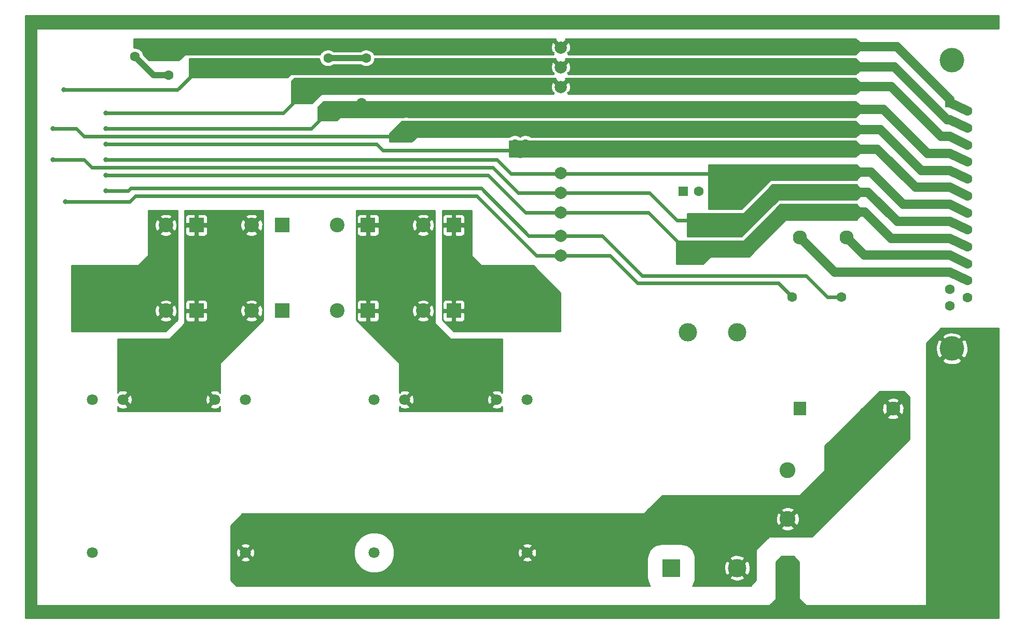
<source format=gbl>
G04 #@! TF.GenerationSoftware,KiCad,Pcbnew,5.1.4*
G04 #@! TF.CreationDate,2019-09-17T23:30:44+02:00*
G04 #@! TF.ProjectId,Supply-Board,53757070-6c79-42d4-926f-6172642e6b69,rev?*
G04 #@! TF.SameCoordinates,Original*
G04 #@! TF.FileFunction,Copper,L2,Bot*
G04 #@! TF.FilePolarity,Positive*
%FSLAX46Y46*%
G04 Gerber Fmt 4.6, Leading zero omitted, Abs format (unit mm)*
G04 Created by KiCad (PCBNEW 5.1.4) date 2019-09-17 23:30:44*
%MOMM*%
%LPD*%
G04 APERTURE LIST*
%ADD10C,2.000000*%
%ADD11C,4.000000*%
%ADD12C,1.600000*%
%ADD13R,1.600000X1.600000*%
%ADD14C,2.600000*%
%ADD15C,1.800000*%
%ADD16C,2.300000*%
%ADD17R,2.000000X2.300000*%
%ADD18R,3.000000X3.000000*%
%ADD19C,3.000000*%
%ADD20C,2.400000*%
%ADD21R,2.400000X2.400000*%
%ADD22C,0.800000*%
%ADD23C,1.500000*%
%ADD24C,0.600000*%
%ADD25C,1.000000*%
%ADD26C,0.254000*%
%ADD27C,0.300000*%
G04 APERTURE END LIST*
D10*
X163000000Y-80500000D03*
X163000000Y-87500000D03*
X163000000Y-56750000D03*
X163000000Y-60000000D03*
X163000000Y-63750000D03*
X163000000Y-67000000D03*
X163000000Y-70250000D03*
X163000000Y-74000000D03*
X163000000Y-77250000D03*
X163000000Y-53500000D03*
X163000000Y-84250000D03*
D11*
X226800000Y-55570000D03*
X226800000Y-102670000D03*
D12*
X229340000Y-94355000D03*
X229340000Y-91585000D03*
X229340000Y-88815000D03*
X229340000Y-86045000D03*
X229340000Y-83275000D03*
X229340000Y-80505000D03*
X229340000Y-77735000D03*
X229340000Y-74965000D03*
X229340000Y-72195000D03*
X229340000Y-69425000D03*
X229340000Y-66655000D03*
X229340000Y-63885000D03*
X226500000Y-95740000D03*
X226500000Y-92970000D03*
X226500000Y-90200000D03*
X226500000Y-87430000D03*
X226500000Y-84660000D03*
X226500000Y-81890000D03*
X226500000Y-79120000D03*
X226500000Y-76350000D03*
X226500000Y-73580000D03*
X226500000Y-70810000D03*
X226500000Y-68040000D03*
X226500000Y-65270000D03*
D13*
X226500000Y-62500000D03*
D14*
X200000000Y-122500000D03*
X200000000Y-130500000D03*
X200000000Y-138500000D03*
D12*
X188040000Y-77000000D03*
X185500000Y-77000000D03*
D13*
X182960000Y-77000000D03*
D15*
X157500000Y-111000000D03*
X152500000Y-111000000D03*
X137500000Y-111000000D03*
X132500000Y-111000000D03*
X157500000Y-136000000D03*
X132500000Y-136000000D03*
X111500000Y-111000000D03*
X106500000Y-111000000D03*
X91500000Y-111000000D03*
X86500000Y-111000000D03*
X111500000Y-136000000D03*
X86500000Y-136000000D03*
D16*
X209600000Y-84500000D03*
X217200000Y-112500000D03*
D17*
X202000000Y-112500000D03*
D16*
X202000000Y-84500000D03*
D18*
X181000000Y-138500000D03*
D19*
X183750000Y-100000000D03*
X191750000Y-138500000D03*
X191750000Y-100000000D03*
D20*
X126500000Y-96500000D03*
D21*
X131500000Y-96500000D03*
D20*
X140500000Y-96500000D03*
D21*
X145500000Y-96500000D03*
D20*
X126500000Y-82500000D03*
D21*
X131500000Y-82500000D03*
D20*
X140500000Y-82500000D03*
D21*
X145500000Y-82500000D03*
D20*
X98500000Y-96500000D03*
D21*
X103500000Y-96500000D03*
D20*
X112500000Y-82500000D03*
D21*
X117500000Y-82500000D03*
D20*
X98500000Y-82500000D03*
D21*
X103500000Y-82500000D03*
D20*
X112500000Y-96500000D03*
D21*
X117500000Y-96500000D03*
D12*
X103250000Y-56250000D03*
X105000000Y-56250000D03*
X106750000Y-56250000D03*
X105875000Y-57700000D03*
D22*
X81848000Y-60416000D03*
D12*
X84000000Y-94000000D03*
X86000000Y-94000000D03*
X86000000Y-90000000D03*
X84000000Y-90000000D03*
X184500000Y-83500000D03*
X186250000Y-83500000D03*
X188000000Y-83500000D03*
D22*
X80070000Y-71846000D03*
D12*
X184500000Y-86500000D03*
X182750000Y-86500000D03*
X184500000Y-88250000D03*
X182750000Y-88250000D03*
D22*
X88706000Y-74386000D03*
X82102000Y-78704000D03*
D12*
X200750000Y-94250000D03*
D22*
X88706000Y-76926000D03*
D12*
X208750000Y-94250000D03*
X120000000Y-60000000D03*
X120000000Y-61750000D03*
X121475000Y-60875000D03*
D22*
X88706000Y-64226000D03*
D12*
X94250000Y-53000000D03*
X99500000Y-53000000D03*
X99500000Y-54750000D03*
X137750000Y-66250000D03*
X137750000Y-68000000D03*
X136000000Y-68000000D03*
D22*
X80070000Y-66766000D03*
D12*
X158000000Y-90000000D03*
X160000000Y-94000000D03*
X158000000Y-94000000D03*
X162000000Y-94000000D03*
X156375000Y-70800000D03*
X155500000Y-69250000D03*
X157250000Y-69250000D03*
D22*
X88706000Y-69306000D03*
D12*
X130500000Y-62500000D03*
X124000000Y-64750000D03*
X125750000Y-64750000D03*
D22*
X88706000Y-66766000D03*
D12*
X190500000Y-77000000D03*
X190500000Y-78750000D03*
X192250000Y-78750000D03*
X192250000Y-77000000D03*
D22*
X88706000Y-71846000D03*
D12*
X99000000Y-58000000D03*
X93500000Y-55000000D03*
X131250000Y-55250000D03*
X125000000Y-55250000D03*
D23*
X229340000Y-66655000D02*
X226500000Y-65270000D01*
D24*
X81848000Y-60416000D02*
X100390000Y-60416000D01*
X103250000Y-57556000D02*
X103250000Y-56250000D01*
X100390000Y-60416000D02*
X103250000Y-57556000D01*
D23*
X209875000Y-56625000D02*
X209750000Y-56500000D01*
X217375000Y-56625000D02*
X209875000Y-56625000D01*
X226500000Y-65270000D02*
X226020000Y-65270000D01*
X226020000Y-65270000D02*
X217375000Y-56625000D01*
X229340000Y-83275000D02*
X226500000Y-81890000D01*
X213125000Y-77125000D02*
X207625000Y-77125000D01*
X207625000Y-77125000D02*
X207500000Y-77000000D01*
X226500000Y-81890000D02*
X217890000Y-81890000D01*
X217890000Y-81890000D02*
X213125000Y-77125000D01*
D24*
X181924000Y-81752000D02*
X184502000Y-81752000D01*
X184502000Y-81752000D02*
X186250000Y-83500000D01*
X85150000Y-71846000D02*
X86420000Y-73116000D01*
X177422000Y-77250000D02*
X181924000Y-81752000D01*
X80070000Y-71846000D02*
X85150000Y-71846000D01*
X151866000Y-73116000D02*
X156000000Y-77250000D01*
X86420000Y-73116000D02*
X151866000Y-73116000D01*
X156000000Y-77250000D02*
X177422000Y-77250000D01*
D23*
X226500000Y-84660000D02*
X229340000Y-86045000D01*
X206375000Y-80375000D02*
X206250000Y-80250000D01*
X226500000Y-84660000D02*
X216910000Y-84660000D01*
X212625000Y-80375000D02*
X206375000Y-80375000D01*
X216910000Y-84660000D02*
X212625000Y-80375000D01*
D24*
X182750000Y-85936000D02*
X182750000Y-86500000D01*
X157250000Y-80500000D02*
X177314000Y-80500000D01*
X88706000Y-74386000D02*
X151136000Y-74386000D01*
X177314000Y-80500000D02*
X182750000Y-85936000D01*
X151136000Y-74386000D02*
X157250000Y-80500000D01*
D23*
X229340000Y-91585000D02*
X226500000Y-90200000D01*
X207700000Y-90200000D02*
X202000000Y-84500000D01*
X226500000Y-90200000D02*
X207700000Y-90200000D01*
D24*
X92625000Y-78704000D02*
X82102000Y-78704000D01*
X198500000Y-92000000D02*
X175500000Y-92000000D01*
X200750000Y-94250000D02*
X198500000Y-92000000D01*
X93579000Y-77750000D02*
X92625000Y-78704000D01*
X149250000Y-77750000D02*
X93579000Y-77750000D01*
X171000000Y-87500000D02*
X159000000Y-87500000D01*
X175500000Y-92000000D02*
X171000000Y-87500000D01*
X159000000Y-87500000D02*
X149250000Y-77750000D01*
D23*
X229340000Y-88815000D02*
X226500000Y-87430000D01*
X212530000Y-87430000D02*
X209600000Y-84500000D01*
X226500000Y-87430000D02*
X212530000Y-87430000D01*
D24*
X206500000Y-94250000D02*
X208750000Y-94250000D01*
X203000000Y-90750000D02*
X206500000Y-94250000D01*
X92324000Y-76926000D02*
X92750000Y-76500000D01*
X88706000Y-76926000D02*
X92324000Y-76926000D01*
X176250000Y-90750000D02*
X203000000Y-90750000D01*
X169750000Y-84250000D02*
X176250000Y-90750000D01*
X92750000Y-76500000D02*
X150000000Y-76500000D01*
X150000000Y-76500000D02*
X157750000Y-84250000D01*
X157750000Y-84250000D02*
X169750000Y-84250000D01*
D23*
X229340000Y-69425000D02*
X226500000Y-68040000D01*
D24*
X120000000Y-61888000D02*
X120000000Y-60000000D01*
X88706000Y-64226000D02*
X117662000Y-64226000D01*
X117662000Y-64226000D02*
X120000000Y-61888000D01*
D23*
X216875000Y-59875000D02*
X209625000Y-59875000D01*
X209625000Y-59875000D02*
X209500000Y-60000000D01*
X226500000Y-68040000D02*
X225040000Y-68040000D01*
X225040000Y-68040000D02*
X216875000Y-59875000D01*
X229340000Y-63885000D02*
X226500000Y-62500000D01*
X209625000Y-53375000D02*
X209500000Y-53250000D01*
X217875000Y-53375000D02*
X209625000Y-53375000D01*
X226500000Y-62500000D02*
X226500000Y-62000000D01*
X226500000Y-62000000D02*
X217875000Y-53375000D01*
X226500000Y-73580000D02*
X229340000Y-74965000D01*
D24*
X80070000Y-66766000D02*
X83880000Y-66766000D01*
X83880000Y-66766000D02*
X85150000Y-68036000D01*
X135964000Y-68036000D02*
X136000000Y-68000000D01*
X85150000Y-68036000D02*
X135964000Y-68036000D01*
D23*
X210125000Y-66875000D02*
X210000000Y-67000000D01*
X215125000Y-66875000D02*
X210125000Y-66875000D01*
X226500000Y-73580000D02*
X221830000Y-73580000D01*
X221830000Y-73580000D02*
X215125000Y-66875000D01*
X229340000Y-77735000D02*
X226500000Y-76350000D01*
D24*
X133918000Y-70322000D02*
X155897000Y-70322000D01*
X88706000Y-69306000D02*
X132902000Y-69306000D01*
X155897000Y-70322000D02*
X156375000Y-70800000D01*
X132902000Y-69306000D02*
X133918000Y-70322000D01*
D23*
X208625000Y-70125000D02*
X208500000Y-70250000D01*
X226500000Y-76350000D02*
X220850000Y-76350000D01*
X214625000Y-70125000D02*
X208625000Y-70125000D01*
X220850000Y-76350000D02*
X214625000Y-70125000D01*
X229340000Y-72195000D02*
X226500000Y-70810000D01*
D24*
X124000000Y-65000000D02*
X124000000Y-64750000D01*
X88706000Y-66766000D02*
X122234000Y-66766000D01*
X122234000Y-66766000D02*
X124000000Y-65000000D01*
D23*
X210375000Y-63625000D02*
X210250000Y-63500000D01*
X215625000Y-63625000D02*
X210375000Y-63625000D01*
X226500000Y-70810000D02*
X222810000Y-70810000D01*
X222810000Y-70810000D02*
X215625000Y-63625000D01*
X226500000Y-79120000D02*
X229340000Y-80505000D01*
X207875000Y-73875000D02*
X207750000Y-73750000D01*
X213625000Y-73875000D02*
X207875000Y-73875000D01*
X226500000Y-79120000D02*
X218870000Y-79120000D01*
X218870000Y-79120000D02*
X213625000Y-73875000D01*
D24*
X187632000Y-74132000D02*
X190500000Y-77000000D01*
X154804000Y-74132000D02*
X187632000Y-74132000D01*
X88706000Y-71846000D02*
X152518000Y-71846000D01*
X152518000Y-71846000D02*
X154804000Y-74132000D01*
D25*
X96500000Y-58000000D02*
X93500000Y-55000000D01*
X99000000Y-58000000D02*
X96500000Y-58000000D01*
X131250000Y-55250000D02*
X125000000Y-55250000D01*
D26*
G36*
X219844758Y-110580848D02*
G01*
X219844758Y-117475636D01*
X203919152Y-133401242D01*
X196971758Y-133401242D01*
X196946982Y-133403682D01*
X196923157Y-133410909D01*
X196901201Y-133422645D01*
X196881955Y-133438439D01*
X194881955Y-135438439D01*
X194866161Y-135457685D01*
X194854425Y-135479641D01*
X194847198Y-135503466D01*
X194844758Y-135528242D01*
X194844758Y-140475636D01*
X193919152Y-141401242D01*
X184489703Y-141401242D01*
X184527741Y-141354893D01*
X184753105Y-140933267D01*
X184891883Y-140475775D01*
X184933893Y-140049234D01*
X190516135Y-140049234D01*
X190680999Y-140350745D01*
X191062602Y-140523735D01*
X191470621Y-140618954D01*
X191889376Y-140632743D01*
X192302776Y-140564571D01*
X192694932Y-140417060D01*
X192819001Y-140350745D01*
X192983865Y-140049234D01*
X191750000Y-138815370D01*
X190516135Y-140049234D01*
X184933893Y-140049234D01*
X184938743Y-140000000D01*
X184938743Y-138639376D01*
X189617257Y-138639376D01*
X189685429Y-139052776D01*
X189832940Y-139444932D01*
X189899255Y-139569001D01*
X190200766Y-139733865D01*
X191434630Y-138500000D01*
X192065370Y-138500000D01*
X193299234Y-139733865D01*
X193600745Y-139569001D01*
X193773735Y-139187398D01*
X193868954Y-138779379D01*
X193882743Y-138360624D01*
X193814571Y-137947224D01*
X193667060Y-137555068D01*
X193600745Y-137430999D01*
X193299234Y-137266135D01*
X192065370Y-138500000D01*
X191434630Y-138500000D01*
X190200766Y-137266135D01*
X189899255Y-137430999D01*
X189726265Y-137812602D01*
X189631046Y-138220621D01*
X189617257Y-138639376D01*
X184938743Y-138639376D01*
X184938743Y-137000000D01*
X184933894Y-136950766D01*
X190516135Y-136950766D01*
X191750000Y-138184630D01*
X192983865Y-136950766D01*
X192819001Y-136649255D01*
X192437398Y-136476265D01*
X192029379Y-136381046D01*
X191610624Y-136367257D01*
X191197224Y-136435429D01*
X190805068Y-136582940D01*
X190680999Y-136649255D01*
X190516135Y-136950766D01*
X184933894Y-136950766D01*
X184891883Y-136524225D01*
X184753105Y-136066733D01*
X184527741Y-135645107D01*
X184224452Y-135275548D01*
X183854893Y-134972259D01*
X183433267Y-134746895D01*
X182975775Y-134608117D01*
X182500000Y-134561257D01*
X179500000Y-134561257D01*
X179024225Y-134608117D01*
X178566733Y-134746895D01*
X178145107Y-134972259D01*
X177775548Y-135275548D01*
X177472259Y-135645107D01*
X177246895Y-136066733D01*
X177108117Y-136524225D01*
X177061257Y-137000000D01*
X177061257Y-140000000D01*
X177108117Y-140475775D01*
X177246895Y-140933267D01*
X177472259Y-141354893D01*
X177510297Y-141401242D01*
X110024364Y-141401242D01*
X109098758Y-140475636D01*
X109098758Y-137118976D01*
X110696394Y-137118976D01*
X110788095Y-137359243D01*
X111066949Y-137472012D01*
X111362445Y-137528212D01*
X111663227Y-137525683D01*
X111957736Y-137464524D01*
X112211905Y-137359243D01*
X112303606Y-137118976D01*
X111500000Y-136315370D01*
X110696394Y-137118976D01*
X109098758Y-137118976D01*
X109098758Y-135862445D01*
X109971788Y-135862445D01*
X109974317Y-136163227D01*
X110035476Y-136457736D01*
X110140757Y-136711905D01*
X110381024Y-136803606D01*
X111184630Y-136000000D01*
X111815370Y-136000000D01*
X112618976Y-136803606D01*
X112859243Y-136711905D01*
X112972012Y-136433051D01*
X113028212Y-136137555D01*
X113025683Y-135836773D01*
X112991532Y-135672319D01*
X129173000Y-135672319D01*
X129173000Y-136327681D01*
X129300855Y-136970450D01*
X129551651Y-137575925D01*
X129915750Y-138120839D01*
X130379161Y-138584250D01*
X130924075Y-138948349D01*
X131529550Y-139199145D01*
X132172319Y-139327000D01*
X132827681Y-139327000D01*
X133470450Y-139199145D01*
X134075925Y-138948349D01*
X134620839Y-138584250D01*
X135084250Y-138120839D01*
X135448349Y-137575925D01*
X135637623Y-137118976D01*
X156696394Y-137118976D01*
X156788095Y-137359243D01*
X157066949Y-137472012D01*
X157362445Y-137528212D01*
X157663227Y-137525683D01*
X157957736Y-137464524D01*
X158211905Y-137359243D01*
X158303606Y-137118976D01*
X157500000Y-136315370D01*
X156696394Y-137118976D01*
X135637623Y-137118976D01*
X135699145Y-136970450D01*
X135827000Y-136327681D01*
X135827000Y-135862445D01*
X155971788Y-135862445D01*
X155974317Y-136163227D01*
X156035476Y-136457736D01*
X156140757Y-136711905D01*
X156381024Y-136803606D01*
X157184630Y-136000000D01*
X157815370Y-136000000D01*
X158618976Y-136803606D01*
X158859243Y-136711905D01*
X158972012Y-136433051D01*
X159028212Y-136137555D01*
X159025683Y-135836773D01*
X158964524Y-135542264D01*
X158859243Y-135288095D01*
X158618976Y-135196394D01*
X157815370Y-136000000D01*
X157184630Y-136000000D01*
X156381024Y-135196394D01*
X156140757Y-135288095D01*
X156027988Y-135566949D01*
X155971788Y-135862445D01*
X135827000Y-135862445D01*
X135827000Y-135672319D01*
X135699145Y-135029550D01*
X135637624Y-134881024D01*
X156696394Y-134881024D01*
X157500000Y-135684630D01*
X158303606Y-134881024D01*
X158211905Y-134640757D01*
X157933051Y-134527988D01*
X157637555Y-134471788D01*
X157336773Y-134474317D01*
X157042264Y-134535476D01*
X156788095Y-134640757D01*
X156696394Y-134881024D01*
X135637624Y-134881024D01*
X135448349Y-134424075D01*
X135084250Y-133879161D01*
X134620839Y-133415750D01*
X134075925Y-133051651D01*
X133470450Y-132800855D01*
X132827681Y-132673000D01*
X132172319Y-132673000D01*
X131529550Y-132800855D01*
X130924075Y-133051651D01*
X130379161Y-133415750D01*
X129915750Y-133879161D01*
X129551651Y-134424075D01*
X129300855Y-135029550D01*
X129173000Y-135672319D01*
X112991532Y-135672319D01*
X112964524Y-135542264D01*
X112859243Y-135288095D01*
X112618976Y-135196394D01*
X111815370Y-136000000D01*
X111184630Y-136000000D01*
X110381024Y-135196394D01*
X110140757Y-135288095D01*
X110027988Y-135566949D01*
X109971788Y-135862445D01*
X109098758Y-135862445D01*
X109098758Y-134881024D01*
X110696394Y-134881024D01*
X111500000Y-135684630D01*
X112303606Y-134881024D01*
X112211905Y-134640757D01*
X111933051Y-134527988D01*
X111637555Y-134471788D01*
X111336773Y-134474317D01*
X111042264Y-134535476D01*
X110788095Y-134640757D01*
X110696394Y-134881024D01*
X109098758Y-134881024D01*
X109098758Y-131906115D01*
X198909255Y-131906115D01*
X199049842Y-132187172D01*
X199397249Y-132340120D01*
X199767821Y-132422353D01*
X200147314Y-132430711D01*
X200521147Y-132364873D01*
X200874952Y-132227369D01*
X200950158Y-132187172D01*
X201090745Y-131906115D01*
X200000000Y-130815370D01*
X198909255Y-131906115D01*
X109098758Y-131906115D01*
X109098758Y-131580848D01*
X110032292Y-130647314D01*
X198069289Y-130647314D01*
X198135127Y-131021147D01*
X198272631Y-131374952D01*
X198312828Y-131450158D01*
X198593885Y-131590745D01*
X199684630Y-130500000D01*
X200315370Y-130500000D01*
X201406115Y-131590745D01*
X201687172Y-131450158D01*
X201840120Y-131102751D01*
X201922353Y-130732179D01*
X201930711Y-130352686D01*
X201864873Y-129978853D01*
X201727369Y-129625048D01*
X201687172Y-129549842D01*
X201406115Y-129409255D01*
X200315370Y-130500000D01*
X199684630Y-130500000D01*
X198593885Y-129409255D01*
X198312828Y-129549842D01*
X198159880Y-129897249D01*
X198077647Y-130267821D01*
X198069289Y-130647314D01*
X110032292Y-130647314D01*
X111024364Y-129655242D01*
X176471758Y-129655242D01*
X176496534Y-129652802D01*
X176520359Y-129645575D01*
X176542315Y-129633839D01*
X176561561Y-129618045D01*
X177085721Y-129093885D01*
X198909255Y-129093885D01*
X200000000Y-130184630D01*
X201090745Y-129093885D01*
X200950158Y-128812828D01*
X200602751Y-128659880D01*
X200232179Y-128577647D01*
X199852686Y-128569289D01*
X199478853Y-128635127D01*
X199125048Y-128772631D01*
X199049842Y-128812828D01*
X198909255Y-129093885D01*
X177085721Y-129093885D01*
X179524364Y-126655242D01*
X201971758Y-126655242D01*
X201996534Y-126652802D01*
X202020359Y-126645575D01*
X202042315Y-126633839D01*
X202061561Y-126618045D01*
X206061561Y-122618045D01*
X206077355Y-122598799D01*
X206089091Y-122576843D01*
X206096318Y-122553018D01*
X206098758Y-122528242D01*
X206098758Y-118580848D01*
X210880997Y-113798609D01*
X216216760Y-113798609D01*
X216339080Y-114064346D01*
X216660811Y-114202244D01*
X217003262Y-114274727D01*
X217353275Y-114279008D01*
X217697397Y-114214923D01*
X218022404Y-114084934D01*
X218060920Y-114064346D01*
X218183240Y-113798609D01*
X217200000Y-112815370D01*
X216216760Y-113798609D01*
X210880997Y-113798609D01*
X212026331Y-112653275D01*
X215420992Y-112653275D01*
X215485077Y-112997397D01*
X215615066Y-113322404D01*
X215635654Y-113360920D01*
X215901391Y-113483240D01*
X216884630Y-112500000D01*
X217515370Y-112500000D01*
X218498609Y-113483240D01*
X218764346Y-113360920D01*
X218902244Y-113039189D01*
X218974727Y-112696738D01*
X218979008Y-112346725D01*
X218914923Y-112002603D01*
X218784934Y-111677596D01*
X218764346Y-111639080D01*
X218498609Y-111516760D01*
X217515370Y-112500000D01*
X216884630Y-112500000D01*
X215901391Y-111516760D01*
X215635654Y-111639080D01*
X215497756Y-111960811D01*
X215425273Y-112303262D01*
X215420992Y-112653275D01*
X212026331Y-112653275D01*
X213478215Y-111201391D01*
X216216760Y-111201391D01*
X217200000Y-112184630D01*
X218183240Y-111201391D01*
X218060920Y-110935654D01*
X217739189Y-110797756D01*
X217396738Y-110725273D01*
X217046725Y-110720992D01*
X216702603Y-110785077D01*
X216377596Y-110915066D01*
X216339080Y-110935654D01*
X216216760Y-111201391D01*
X213478215Y-111201391D01*
X215024364Y-109655242D01*
X218919152Y-109655242D01*
X219844758Y-110580848D01*
X219844758Y-110580848D01*
G37*
X219844758Y-110580848D02*
X219844758Y-117475636D01*
X203919152Y-133401242D01*
X196971758Y-133401242D01*
X196946982Y-133403682D01*
X196923157Y-133410909D01*
X196901201Y-133422645D01*
X196881955Y-133438439D01*
X194881955Y-135438439D01*
X194866161Y-135457685D01*
X194854425Y-135479641D01*
X194847198Y-135503466D01*
X194844758Y-135528242D01*
X194844758Y-140475636D01*
X193919152Y-141401242D01*
X184489703Y-141401242D01*
X184527741Y-141354893D01*
X184753105Y-140933267D01*
X184891883Y-140475775D01*
X184933893Y-140049234D01*
X190516135Y-140049234D01*
X190680999Y-140350745D01*
X191062602Y-140523735D01*
X191470621Y-140618954D01*
X191889376Y-140632743D01*
X192302776Y-140564571D01*
X192694932Y-140417060D01*
X192819001Y-140350745D01*
X192983865Y-140049234D01*
X191750000Y-138815370D01*
X190516135Y-140049234D01*
X184933893Y-140049234D01*
X184938743Y-140000000D01*
X184938743Y-138639376D01*
X189617257Y-138639376D01*
X189685429Y-139052776D01*
X189832940Y-139444932D01*
X189899255Y-139569001D01*
X190200766Y-139733865D01*
X191434630Y-138500000D01*
X192065370Y-138500000D01*
X193299234Y-139733865D01*
X193600745Y-139569001D01*
X193773735Y-139187398D01*
X193868954Y-138779379D01*
X193882743Y-138360624D01*
X193814571Y-137947224D01*
X193667060Y-137555068D01*
X193600745Y-137430999D01*
X193299234Y-137266135D01*
X192065370Y-138500000D01*
X191434630Y-138500000D01*
X190200766Y-137266135D01*
X189899255Y-137430999D01*
X189726265Y-137812602D01*
X189631046Y-138220621D01*
X189617257Y-138639376D01*
X184938743Y-138639376D01*
X184938743Y-137000000D01*
X184933894Y-136950766D01*
X190516135Y-136950766D01*
X191750000Y-138184630D01*
X192983865Y-136950766D01*
X192819001Y-136649255D01*
X192437398Y-136476265D01*
X192029379Y-136381046D01*
X191610624Y-136367257D01*
X191197224Y-136435429D01*
X190805068Y-136582940D01*
X190680999Y-136649255D01*
X190516135Y-136950766D01*
X184933894Y-136950766D01*
X184891883Y-136524225D01*
X184753105Y-136066733D01*
X184527741Y-135645107D01*
X184224452Y-135275548D01*
X183854893Y-134972259D01*
X183433267Y-134746895D01*
X182975775Y-134608117D01*
X182500000Y-134561257D01*
X179500000Y-134561257D01*
X179024225Y-134608117D01*
X178566733Y-134746895D01*
X178145107Y-134972259D01*
X177775548Y-135275548D01*
X177472259Y-135645107D01*
X177246895Y-136066733D01*
X177108117Y-136524225D01*
X177061257Y-137000000D01*
X177061257Y-140000000D01*
X177108117Y-140475775D01*
X177246895Y-140933267D01*
X177472259Y-141354893D01*
X177510297Y-141401242D01*
X110024364Y-141401242D01*
X109098758Y-140475636D01*
X109098758Y-137118976D01*
X110696394Y-137118976D01*
X110788095Y-137359243D01*
X111066949Y-137472012D01*
X111362445Y-137528212D01*
X111663227Y-137525683D01*
X111957736Y-137464524D01*
X112211905Y-137359243D01*
X112303606Y-137118976D01*
X111500000Y-136315370D01*
X110696394Y-137118976D01*
X109098758Y-137118976D01*
X109098758Y-135862445D01*
X109971788Y-135862445D01*
X109974317Y-136163227D01*
X110035476Y-136457736D01*
X110140757Y-136711905D01*
X110381024Y-136803606D01*
X111184630Y-136000000D01*
X111815370Y-136000000D01*
X112618976Y-136803606D01*
X112859243Y-136711905D01*
X112972012Y-136433051D01*
X113028212Y-136137555D01*
X113025683Y-135836773D01*
X112991532Y-135672319D01*
X129173000Y-135672319D01*
X129173000Y-136327681D01*
X129300855Y-136970450D01*
X129551651Y-137575925D01*
X129915750Y-138120839D01*
X130379161Y-138584250D01*
X130924075Y-138948349D01*
X131529550Y-139199145D01*
X132172319Y-139327000D01*
X132827681Y-139327000D01*
X133470450Y-139199145D01*
X134075925Y-138948349D01*
X134620839Y-138584250D01*
X135084250Y-138120839D01*
X135448349Y-137575925D01*
X135637623Y-137118976D01*
X156696394Y-137118976D01*
X156788095Y-137359243D01*
X157066949Y-137472012D01*
X157362445Y-137528212D01*
X157663227Y-137525683D01*
X157957736Y-137464524D01*
X158211905Y-137359243D01*
X158303606Y-137118976D01*
X157500000Y-136315370D01*
X156696394Y-137118976D01*
X135637623Y-137118976D01*
X135699145Y-136970450D01*
X135827000Y-136327681D01*
X135827000Y-135862445D01*
X155971788Y-135862445D01*
X155974317Y-136163227D01*
X156035476Y-136457736D01*
X156140757Y-136711905D01*
X156381024Y-136803606D01*
X157184630Y-136000000D01*
X157815370Y-136000000D01*
X158618976Y-136803606D01*
X158859243Y-136711905D01*
X158972012Y-136433051D01*
X159028212Y-136137555D01*
X159025683Y-135836773D01*
X158964524Y-135542264D01*
X158859243Y-135288095D01*
X158618976Y-135196394D01*
X157815370Y-136000000D01*
X157184630Y-136000000D01*
X156381024Y-135196394D01*
X156140757Y-135288095D01*
X156027988Y-135566949D01*
X155971788Y-135862445D01*
X135827000Y-135862445D01*
X135827000Y-135672319D01*
X135699145Y-135029550D01*
X135637624Y-134881024D01*
X156696394Y-134881024D01*
X157500000Y-135684630D01*
X158303606Y-134881024D01*
X158211905Y-134640757D01*
X157933051Y-134527988D01*
X157637555Y-134471788D01*
X157336773Y-134474317D01*
X157042264Y-134535476D01*
X156788095Y-134640757D01*
X156696394Y-134881024D01*
X135637624Y-134881024D01*
X135448349Y-134424075D01*
X135084250Y-133879161D01*
X134620839Y-133415750D01*
X134075925Y-133051651D01*
X133470450Y-132800855D01*
X132827681Y-132673000D01*
X132172319Y-132673000D01*
X131529550Y-132800855D01*
X130924075Y-133051651D01*
X130379161Y-133415750D01*
X129915750Y-133879161D01*
X129551651Y-134424075D01*
X129300855Y-135029550D01*
X129173000Y-135672319D01*
X112991532Y-135672319D01*
X112964524Y-135542264D01*
X112859243Y-135288095D01*
X112618976Y-135196394D01*
X111815370Y-136000000D01*
X111184630Y-136000000D01*
X110381024Y-135196394D01*
X110140757Y-135288095D01*
X110027988Y-135566949D01*
X109971788Y-135862445D01*
X109098758Y-135862445D01*
X109098758Y-134881024D01*
X110696394Y-134881024D01*
X111500000Y-135684630D01*
X112303606Y-134881024D01*
X112211905Y-134640757D01*
X111933051Y-134527988D01*
X111637555Y-134471788D01*
X111336773Y-134474317D01*
X111042264Y-134535476D01*
X110788095Y-134640757D01*
X110696394Y-134881024D01*
X109098758Y-134881024D01*
X109098758Y-131906115D01*
X198909255Y-131906115D01*
X199049842Y-132187172D01*
X199397249Y-132340120D01*
X199767821Y-132422353D01*
X200147314Y-132430711D01*
X200521147Y-132364873D01*
X200874952Y-132227369D01*
X200950158Y-132187172D01*
X201090745Y-131906115D01*
X200000000Y-130815370D01*
X198909255Y-131906115D01*
X109098758Y-131906115D01*
X109098758Y-131580848D01*
X110032292Y-130647314D01*
X198069289Y-130647314D01*
X198135127Y-131021147D01*
X198272631Y-131374952D01*
X198312828Y-131450158D01*
X198593885Y-131590745D01*
X199684630Y-130500000D01*
X200315370Y-130500000D01*
X201406115Y-131590745D01*
X201687172Y-131450158D01*
X201840120Y-131102751D01*
X201922353Y-130732179D01*
X201930711Y-130352686D01*
X201864873Y-129978853D01*
X201727369Y-129625048D01*
X201687172Y-129549842D01*
X201406115Y-129409255D01*
X200315370Y-130500000D01*
X199684630Y-130500000D01*
X198593885Y-129409255D01*
X198312828Y-129549842D01*
X198159880Y-129897249D01*
X198077647Y-130267821D01*
X198069289Y-130647314D01*
X110032292Y-130647314D01*
X111024364Y-129655242D01*
X176471758Y-129655242D01*
X176496534Y-129652802D01*
X176520359Y-129645575D01*
X176542315Y-129633839D01*
X176561561Y-129618045D01*
X177085721Y-129093885D01*
X198909255Y-129093885D01*
X200000000Y-130184630D01*
X201090745Y-129093885D01*
X200950158Y-128812828D01*
X200602751Y-128659880D01*
X200232179Y-128577647D01*
X199852686Y-128569289D01*
X199478853Y-128635127D01*
X199125048Y-128772631D01*
X199049842Y-128812828D01*
X198909255Y-129093885D01*
X177085721Y-129093885D01*
X179524364Y-126655242D01*
X201971758Y-126655242D01*
X201996534Y-126652802D01*
X202020359Y-126645575D01*
X202042315Y-126633839D01*
X202061561Y-126618045D01*
X206061561Y-122618045D01*
X206077355Y-122598799D01*
X206089091Y-122576843D01*
X206096318Y-122553018D01*
X206098758Y-122528242D01*
X206098758Y-118580848D01*
X210880997Y-113798609D01*
X216216760Y-113798609D01*
X216339080Y-114064346D01*
X216660811Y-114202244D01*
X217003262Y-114274727D01*
X217353275Y-114279008D01*
X217697397Y-114214923D01*
X218022404Y-114084934D01*
X218060920Y-114064346D01*
X218183240Y-113798609D01*
X217200000Y-112815370D01*
X216216760Y-113798609D01*
X210880997Y-113798609D01*
X212026331Y-112653275D01*
X215420992Y-112653275D01*
X215485077Y-112997397D01*
X215615066Y-113322404D01*
X215635654Y-113360920D01*
X215901391Y-113483240D01*
X216884630Y-112500000D01*
X217515370Y-112500000D01*
X218498609Y-113483240D01*
X218764346Y-113360920D01*
X218902244Y-113039189D01*
X218974727Y-112696738D01*
X218979008Y-112346725D01*
X218914923Y-112002603D01*
X218784934Y-111677596D01*
X218764346Y-111639080D01*
X218498609Y-111516760D01*
X217515370Y-112500000D01*
X216884630Y-112500000D01*
X215901391Y-111516760D01*
X215635654Y-111639080D01*
X215497756Y-111960811D01*
X215425273Y-112303262D01*
X215420992Y-112653275D01*
X212026331Y-112653275D01*
X213478215Y-111201391D01*
X216216760Y-111201391D01*
X217200000Y-112184630D01*
X218183240Y-111201391D01*
X218060920Y-110935654D01*
X217739189Y-110797756D01*
X217396738Y-110725273D01*
X217046725Y-110720992D01*
X216702603Y-110785077D01*
X216377596Y-110915066D01*
X216339080Y-110935654D01*
X216216760Y-111201391D01*
X213478215Y-111201391D01*
X215024364Y-109655242D01*
X218919152Y-109655242D01*
X219844758Y-110580848D01*
G36*
X114373000Y-97947394D02*
G01*
X107410197Y-104910197D01*
X107394403Y-104929443D01*
X107382667Y-104951399D01*
X107375440Y-104975224D01*
X107373000Y-105000000D01*
X107373000Y-109811628D01*
X107303605Y-109881023D01*
X107211905Y-109640757D01*
X106933051Y-109527988D01*
X106637555Y-109471788D01*
X106336773Y-109474317D01*
X106042264Y-109535476D01*
X105788095Y-109640757D01*
X105696394Y-109881024D01*
X106500000Y-110684630D01*
X106514142Y-110670488D01*
X106829512Y-110985858D01*
X106815370Y-111000000D01*
X106829512Y-111014142D01*
X106514142Y-111329512D01*
X106500000Y-111315370D01*
X105696394Y-112118976D01*
X105788095Y-112359243D01*
X106066949Y-112472012D01*
X106362445Y-112528212D01*
X106663227Y-112525683D01*
X106957736Y-112464524D01*
X107211905Y-112359243D01*
X107303605Y-112118977D01*
X107373000Y-112188372D01*
X107373000Y-112873000D01*
X90627000Y-112873000D01*
X90627000Y-112188372D01*
X90696395Y-112118977D01*
X90788095Y-112359243D01*
X91066949Y-112472012D01*
X91362445Y-112528212D01*
X91663227Y-112525683D01*
X91957736Y-112464524D01*
X92211905Y-112359243D01*
X92303606Y-112118976D01*
X91500000Y-111315370D01*
X91485858Y-111329512D01*
X91170488Y-111014142D01*
X91184630Y-111000000D01*
X91815370Y-111000000D01*
X92618976Y-111803606D01*
X92859243Y-111711905D01*
X92972012Y-111433051D01*
X93028212Y-111137555D01*
X93025899Y-110862445D01*
X104971788Y-110862445D01*
X104974317Y-111163227D01*
X105035476Y-111457736D01*
X105140757Y-111711905D01*
X105381024Y-111803606D01*
X106184630Y-111000000D01*
X105381024Y-110196394D01*
X105140757Y-110288095D01*
X105027988Y-110566949D01*
X104971788Y-110862445D01*
X93025899Y-110862445D01*
X93025683Y-110836773D01*
X92964524Y-110542264D01*
X92859243Y-110288095D01*
X92618976Y-110196394D01*
X91815370Y-111000000D01*
X91184630Y-111000000D01*
X91170488Y-110985858D01*
X91485858Y-110670488D01*
X91500000Y-110684630D01*
X92303606Y-109881024D01*
X92211905Y-109640757D01*
X91933051Y-109527988D01*
X91637555Y-109471788D01*
X91336773Y-109474317D01*
X91042264Y-109535476D01*
X90788095Y-109640757D01*
X90696395Y-109881023D01*
X90627000Y-109811628D01*
X90627000Y-101127000D01*
X99000000Y-101127000D01*
X99024776Y-101124560D01*
X99048601Y-101117333D01*
X99070557Y-101105597D01*
X99089803Y-101089803D01*
X101589803Y-98589803D01*
X101605597Y-98570557D01*
X101617333Y-98548601D01*
X101624560Y-98524776D01*
X101627000Y-98500000D01*
X101627000Y-97700000D01*
X101669966Y-97700000D01*
X101682072Y-97822914D01*
X101717924Y-97941104D01*
X101776146Y-98050028D01*
X101854499Y-98145501D01*
X101949972Y-98223854D01*
X102058896Y-98282076D01*
X102177086Y-98317928D01*
X102300000Y-98330034D01*
X103120250Y-98327000D01*
X103277000Y-98170250D01*
X103277000Y-96723000D01*
X103723000Y-96723000D01*
X103723000Y-98170250D01*
X103879750Y-98327000D01*
X104700000Y-98330034D01*
X104822914Y-98317928D01*
X104941104Y-98282076D01*
X105050028Y-98223854D01*
X105145501Y-98145501D01*
X105223854Y-98050028D01*
X105282076Y-97941104D01*
X105314424Y-97834463D01*
X111480906Y-97834463D01*
X111609322Y-98105304D01*
X111939615Y-98248221D01*
X112291444Y-98323956D01*
X112651287Y-98329596D01*
X113005316Y-98264927D01*
X113339926Y-98132432D01*
X113390678Y-98105304D01*
X113519094Y-97834463D01*
X112500000Y-96815370D01*
X111480906Y-97834463D01*
X105314424Y-97834463D01*
X105317928Y-97822914D01*
X105330034Y-97700000D01*
X105327000Y-96879750D01*
X105170250Y-96723000D01*
X103723000Y-96723000D01*
X103277000Y-96723000D01*
X101829750Y-96723000D01*
X101673000Y-96879750D01*
X101669966Y-97700000D01*
X101627000Y-97700000D01*
X101627000Y-96651287D01*
X110670404Y-96651287D01*
X110735073Y-97005316D01*
X110867568Y-97339926D01*
X110894696Y-97390678D01*
X111165537Y-97519094D01*
X112184630Y-96500000D01*
X112815370Y-96500000D01*
X113834463Y-97519094D01*
X114105304Y-97390678D01*
X114248221Y-97060385D01*
X114323956Y-96708556D01*
X114329596Y-96348713D01*
X114264927Y-95994684D01*
X114132432Y-95660074D01*
X114105304Y-95609322D01*
X113834463Y-95480906D01*
X112815370Y-96500000D01*
X112184630Y-96500000D01*
X111165537Y-95480906D01*
X110894696Y-95609322D01*
X110751779Y-95939615D01*
X110676044Y-96291444D01*
X110670404Y-96651287D01*
X101627000Y-96651287D01*
X101627000Y-95300000D01*
X101669966Y-95300000D01*
X101673000Y-96120250D01*
X101829750Y-96277000D01*
X103277000Y-96277000D01*
X103277000Y-94829750D01*
X103723000Y-94829750D01*
X103723000Y-96277000D01*
X105170250Y-96277000D01*
X105327000Y-96120250D01*
X105330034Y-95300000D01*
X105317928Y-95177086D01*
X105314425Y-95165537D01*
X111480906Y-95165537D01*
X112500000Y-96184630D01*
X113519094Y-95165537D01*
X113390678Y-94894696D01*
X113060385Y-94751779D01*
X112708556Y-94676044D01*
X112348713Y-94670404D01*
X111994684Y-94735073D01*
X111660074Y-94867568D01*
X111609322Y-94894696D01*
X111480906Y-95165537D01*
X105314425Y-95165537D01*
X105282076Y-95058896D01*
X105223854Y-94949972D01*
X105145501Y-94854499D01*
X105050028Y-94776146D01*
X104941104Y-94717924D01*
X104822914Y-94682072D01*
X104700000Y-94669966D01*
X103879750Y-94673000D01*
X103723000Y-94829750D01*
X103277000Y-94829750D01*
X103120250Y-94673000D01*
X102300000Y-94669966D01*
X102177086Y-94682072D01*
X102058896Y-94717924D01*
X101949972Y-94776146D01*
X101854499Y-94854499D01*
X101776146Y-94949972D01*
X101717924Y-95058896D01*
X101682072Y-95177086D01*
X101669966Y-95300000D01*
X101627000Y-95300000D01*
X101627000Y-83700000D01*
X101669966Y-83700000D01*
X101682072Y-83822914D01*
X101717924Y-83941104D01*
X101776146Y-84050028D01*
X101854499Y-84145501D01*
X101949972Y-84223854D01*
X102058896Y-84282076D01*
X102177086Y-84317928D01*
X102300000Y-84330034D01*
X103120250Y-84327000D01*
X103277000Y-84170250D01*
X103277000Y-82723000D01*
X103723000Y-82723000D01*
X103723000Y-84170250D01*
X103879750Y-84327000D01*
X104700000Y-84330034D01*
X104822914Y-84317928D01*
X104941104Y-84282076D01*
X105050028Y-84223854D01*
X105145501Y-84145501D01*
X105223854Y-84050028D01*
X105282076Y-83941104D01*
X105314424Y-83834463D01*
X111480906Y-83834463D01*
X111609322Y-84105304D01*
X111939615Y-84248221D01*
X112291444Y-84323956D01*
X112651287Y-84329596D01*
X113005316Y-84264927D01*
X113339926Y-84132432D01*
X113390678Y-84105304D01*
X113519094Y-83834463D01*
X112500000Y-82815370D01*
X111480906Y-83834463D01*
X105314424Y-83834463D01*
X105317928Y-83822914D01*
X105330034Y-83700000D01*
X105327000Y-82879750D01*
X105170250Y-82723000D01*
X103723000Y-82723000D01*
X103277000Y-82723000D01*
X101829750Y-82723000D01*
X101673000Y-82879750D01*
X101669966Y-83700000D01*
X101627000Y-83700000D01*
X101627000Y-82651287D01*
X110670404Y-82651287D01*
X110735073Y-83005316D01*
X110867568Y-83339926D01*
X110894696Y-83390678D01*
X111165537Y-83519094D01*
X112184630Y-82500000D01*
X112815370Y-82500000D01*
X113834463Y-83519094D01*
X114105304Y-83390678D01*
X114248221Y-83060385D01*
X114323956Y-82708556D01*
X114329596Y-82348713D01*
X114264927Y-81994684D01*
X114132432Y-81660074D01*
X114105304Y-81609322D01*
X113834463Y-81480906D01*
X112815370Y-82500000D01*
X112184630Y-82500000D01*
X111165537Y-81480906D01*
X110894696Y-81609322D01*
X110751779Y-81939615D01*
X110676044Y-82291444D01*
X110670404Y-82651287D01*
X101627000Y-82651287D01*
X101627000Y-81300000D01*
X101669966Y-81300000D01*
X101673000Y-82120250D01*
X101829750Y-82277000D01*
X103277000Y-82277000D01*
X103277000Y-80829750D01*
X103723000Y-80829750D01*
X103723000Y-82277000D01*
X105170250Y-82277000D01*
X105327000Y-82120250D01*
X105330034Y-81300000D01*
X105317928Y-81177086D01*
X105314425Y-81165537D01*
X111480906Y-81165537D01*
X112500000Y-82184630D01*
X113519094Y-81165537D01*
X113390678Y-80894696D01*
X113060385Y-80751779D01*
X112708556Y-80676044D01*
X112348713Y-80670404D01*
X111994684Y-80735073D01*
X111660074Y-80867568D01*
X111609322Y-80894696D01*
X111480906Y-81165537D01*
X105314425Y-81165537D01*
X105282076Y-81058896D01*
X105223854Y-80949972D01*
X105145501Y-80854499D01*
X105050028Y-80776146D01*
X104941104Y-80717924D01*
X104822914Y-80682072D01*
X104700000Y-80669966D01*
X103879750Y-80673000D01*
X103723000Y-80829750D01*
X103277000Y-80829750D01*
X103120250Y-80673000D01*
X102300000Y-80669966D01*
X102177086Y-80682072D01*
X102058896Y-80717924D01*
X101949972Y-80776146D01*
X101854499Y-80854499D01*
X101776146Y-80949972D01*
X101717924Y-81058896D01*
X101682072Y-81177086D01*
X101669966Y-81300000D01*
X101627000Y-81300000D01*
X101627000Y-80127000D01*
X114373000Y-80127000D01*
X114373000Y-97947394D01*
X114373000Y-97947394D01*
G37*
X114373000Y-97947394D02*
X107410197Y-104910197D01*
X107394403Y-104929443D01*
X107382667Y-104951399D01*
X107375440Y-104975224D01*
X107373000Y-105000000D01*
X107373000Y-109811628D01*
X107303605Y-109881023D01*
X107211905Y-109640757D01*
X106933051Y-109527988D01*
X106637555Y-109471788D01*
X106336773Y-109474317D01*
X106042264Y-109535476D01*
X105788095Y-109640757D01*
X105696394Y-109881024D01*
X106500000Y-110684630D01*
X106514142Y-110670488D01*
X106829512Y-110985858D01*
X106815370Y-111000000D01*
X106829512Y-111014142D01*
X106514142Y-111329512D01*
X106500000Y-111315370D01*
X105696394Y-112118976D01*
X105788095Y-112359243D01*
X106066949Y-112472012D01*
X106362445Y-112528212D01*
X106663227Y-112525683D01*
X106957736Y-112464524D01*
X107211905Y-112359243D01*
X107303605Y-112118977D01*
X107373000Y-112188372D01*
X107373000Y-112873000D01*
X90627000Y-112873000D01*
X90627000Y-112188372D01*
X90696395Y-112118977D01*
X90788095Y-112359243D01*
X91066949Y-112472012D01*
X91362445Y-112528212D01*
X91663227Y-112525683D01*
X91957736Y-112464524D01*
X92211905Y-112359243D01*
X92303606Y-112118976D01*
X91500000Y-111315370D01*
X91485858Y-111329512D01*
X91170488Y-111014142D01*
X91184630Y-111000000D01*
X91815370Y-111000000D01*
X92618976Y-111803606D01*
X92859243Y-111711905D01*
X92972012Y-111433051D01*
X93028212Y-111137555D01*
X93025899Y-110862445D01*
X104971788Y-110862445D01*
X104974317Y-111163227D01*
X105035476Y-111457736D01*
X105140757Y-111711905D01*
X105381024Y-111803606D01*
X106184630Y-111000000D01*
X105381024Y-110196394D01*
X105140757Y-110288095D01*
X105027988Y-110566949D01*
X104971788Y-110862445D01*
X93025899Y-110862445D01*
X93025683Y-110836773D01*
X92964524Y-110542264D01*
X92859243Y-110288095D01*
X92618976Y-110196394D01*
X91815370Y-111000000D01*
X91184630Y-111000000D01*
X91170488Y-110985858D01*
X91485858Y-110670488D01*
X91500000Y-110684630D01*
X92303606Y-109881024D01*
X92211905Y-109640757D01*
X91933051Y-109527988D01*
X91637555Y-109471788D01*
X91336773Y-109474317D01*
X91042264Y-109535476D01*
X90788095Y-109640757D01*
X90696395Y-109881023D01*
X90627000Y-109811628D01*
X90627000Y-101127000D01*
X99000000Y-101127000D01*
X99024776Y-101124560D01*
X99048601Y-101117333D01*
X99070557Y-101105597D01*
X99089803Y-101089803D01*
X101589803Y-98589803D01*
X101605597Y-98570557D01*
X101617333Y-98548601D01*
X101624560Y-98524776D01*
X101627000Y-98500000D01*
X101627000Y-97700000D01*
X101669966Y-97700000D01*
X101682072Y-97822914D01*
X101717924Y-97941104D01*
X101776146Y-98050028D01*
X101854499Y-98145501D01*
X101949972Y-98223854D01*
X102058896Y-98282076D01*
X102177086Y-98317928D01*
X102300000Y-98330034D01*
X103120250Y-98327000D01*
X103277000Y-98170250D01*
X103277000Y-96723000D01*
X103723000Y-96723000D01*
X103723000Y-98170250D01*
X103879750Y-98327000D01*
X104700000Y-98330034D01*
X104822914Y-98317928D01*
X104941104Y-98282076D01*
X105050028Y-98223854D01*
X105145501Y-98145501D01*
X105223854Y-98050028D01*
X105282076Y-97941104D01*
X105314424Y-97834463D01*
X111480906Y-97834463D01*
X111609322Y-98105304D01*
X111939615Y-98248221D01*
X112291444Y-98323956D01*
X112651287Y-98329596D01*
X113005316Y-98264927D01*
X113339926Y-98132432D01*
X113390678Y-98105304D01*
X113519094Y-97834463D01*
X112500000Y-96815370D01*
X111480906Y-97834463D01*
X105314424Y-97834463D01*
X105317928Y-97822914D01*
X105330034Y-97700000D01*
X105327000Y-96879750D01*
X105170250Y-96723000D01*
X103723000Y-96723000D01*
X103277000Y-96723000D01*
X101829750Y-96723000D01*
X101673000Y-96879750D01*
X101669966Y-97700000D01*
X101627000Y-97700000D01*
X101627000Y-96651287D01*
X110670404Y-96651287D01*
X110735073Y-97005316D01*
X110867568Y-97339926D01*
X110894696Y-97390678D01*
X111165537Y-97519094D01*
X112184630Y-96500000D01*
X112815370Y-96500000D01*
X113834463Y-97519094D01*
X114105304Y-97390678D01*
X114248221Y-97060385D01*
X114323956Y-96708556D01*
X114329596Y-96348713D01*
X114264927Y-95994684D01*
X114132432Y-95660074D01*
X114105304Y-95609322D01*
X113834463Y-95480906D01*
X112815370Y-96500000D01*
X112184630Y-96500000D01*
X111165537Y-95480906D01*
X110894696Y-95609322D01*
X110751779Y-95939615D01*
X110676044Y-96291444D01*
X110670404Y-96651287D01*
X101627000Y-96651287D01*
X101627000Y-95300000D01*
X101669966Y-95300000D01*
X101673000Y-96120250D01*
X101829750Y-96277000D01*
X103277000Y-96277000D01*
X103277000Y-94829750D01*
X103723000Y-94829750D01*
X103723000Y-96277000D01*
X105170250Y-96277000D01*
X105327000Y-96120250D01*
X105330034Y-95300000D01*
X105317928Y-95177086D01*
X105314425Y-95165537D01*
X111480906Y-95165537D01*
X112500000Y-96184630D01*
X113519094Y-95165537D01*
X113390678Y-94894696D01*
X113060385Y-94751779D01*
X112708556Y-94676044D01*
X112348713Y-94670404D01*
X111994684Y-94735073D01*
X111660074Y-94867568D01*
X111609322Y-94894696D01*
X111480906Y-95165537D01*
X105314425Y-95165537D01*
X105282076Y-95058896D01*
X105223854Y-94949972D01*
X105145501Y-94854499D01*
X105050028Y-94776146D01*
X104941104Y-94717924D01*
X104822914Y-94682072D01*
X104700000Y-94669966D01*
X103879750Y-94673000D01*
X103723000Y-94829750D01*
X103277000Y-94829750D01*
X103120250Y-94673000D01*
X102300000Y-94669966D01*
X102177086Y-94682072D01*
X102058896Y-94717924D01*
X101949972Y-94776146D01*
X101854499Y-94854499D01*
X101776146Y-94949972D01*
X101717924Y-95058896D01*
X101682072Y-95177086D01*
X101669966Y-95300000D01*
X101627000Y-95300000D01*
X101627000Y-83700000D01*
X101669966Y-83700000D01*
X101682072Y-83822914D01*
X101717924Y-83941104D01*
X101776146Y-84050028D01*
X101854499Y-84145501D01*
X101949972Y-84223854D01*
X102058896Y-84282076D01*
X102177086Y-84317928D01*
X102300000Y-84330034D01*
X103120250Y-84327000D01*
X103277000Y-84170250D01*
X103277000Y-82723000D01*
X103723000Y-82723000D01*
X103723000Y-84170250D01*
X103879750Y-84327000D01*
X104700000Y-84330034D01*
X104822914Y-84317928D01*
X104941104Y-84282076D01*
X105050028Y-84223854D01*
X105145501Y-84145501D01*
X105223854Y-84050028D01*
X105282076Y-83941104D01*
X105314424Y-83834463D01*
X111480906Y-83834463D01*
X111609322Y-84105304D01*
X111939615Y-84248221D01*
X112291444Y-84323956D01*
X112651287Y-84329596D01*
X113005316Y-84264927D01*
X113339926Y-84132432D01*
X113390678Y-84105304D01*
X113519094Y-83834463D01*
X112500000Y-82815370D01*
X111480906Y-83834463D01*
X105314424Y-83834463D01*
X105317928Y-83822914D01*
X105330034Y-83700000D01*
X105327000Y-82879750D01*
X105170250Y-82723000D01*
X103723000Y-82723000D01*
X103277000Y-82723000D01*
X101829750Y-82723000D01*
X101673000Y-82879750D01*
X101669966Y-83700000D01*
X101627000Y-83700000D01*
X101627000Y-82651287D01*
X110670404Y-82651287D01*
X110735073Y-83005316D01*
X110867568Y-83339926D01*
X110894696Y-83390678D01*
X111165537Y-83519094D01*
X112184630Y-82500000D01*
X112815370Y-82500000D01*
X113834463Y-83519094D01*
X114105304Y-83390678D01*
X114248221Y-83060385D01*
X114323956Y-82708556D01*
X114329596Y-82348713D01*
X114264927Y-81994684D01*
X114132432Y-81660074D01*
X114105304Y-81609322D01*
X113834463Y-81480906D01*
X112815370Y-82500000D01*
X112184630Y-82500000D01*
X111165537Y-81480906D01*
X110894696Y-81609322D01*
X110751779Y-81939615D01*
X110676044Y-82291444D01*
X110670404Y-82651287D01*
X101627000Y-82651287D01*
X101627000Y-81300000D01*
X101669966Y-81300000D01*
X101673000Y-82120250D01*
X101829750Y-82277000D01*
X103277000Y-82277000D01*
X103277000Y-80829750D01*
X103723000Y-80829750D01*
X103723000Y-82277000D01*
X105170250Y-82277000D01*
X105327000Y-82120250D01*
X105330034Y-81300000D01*
X105317928Y-81177086D01*
X105314425Y-81165537D01*
X111480906Y-81165537D01*
X112500000Y-82184630D01*
X113519094Y-81165537D01*
X113390678Y-80894696D01*
X113060385Y-80751779D01*
X112708556Y-80676044D01*
X112348713Y-80670404D01*
X111994684Y-80735073D01*
X111660074Y-80867568D01*
X111609322Y-80894696D01*
X111480906Y-81165537D01*
X105314425Y-81165537D01*
X105282076Y-81058896D01*
X105223854Y-80949972D01*
X105145501Y-80854499D01*
X105050028Y-80776146D01*
X104941104Y-80717924D01*
X104822914Y-80682072D01*
X104700000Y-80669966D01*
X103879750Y-80673000D01*
X103723000Y-80829750D01*
X103277000Y-80829750D01*
X103120250Y-80673000D01*
X102300000Y-80669966D01*
X102177086Y-80682072D01*
X102058896Y-80717924D01*
X101949972Y-80776146D01*
X101854499Y-80854499D01*
X101776146Y-80949972D01*
X101717924Y-81058896D01*
X101682072Y-81177086D01*
X101669966Y-81300000D01*
X101627000Y-81300000D01*
X101627000Y-80127000D01*
X114373000Y-80127000D01*
X114373000Y-97947394D01*
G36*
X142373000Y-98500000D02*
G01*
X142375440Y-98524776D01*
X142382667Y-98548601D01*
X142394403Y-98570557D01*
X142410197Y-98589803D01*
X144910197Y-101089803D01*
X144929443Y-101105597D01*
X144951399Y-101117333D01*
X144975224Y-101124560D01*
X145000000Y-101127000D01*
X153373000Y-101127000D01*
X153373000Y-109811628D01*
X153303605Y-109881023D01*
X153211905Y-109640757D01*
X152933051Y-109527988D01*
X152637555Y-109471788D01*
X152336773Y-109474317D01*
X152042264Y-109535476D01*
X151788095Y-109640757D01*
X151696394Y-109881024D01*
X152500000Y-110684630D01*
X152514142Y-110670488D01*
X152829512Y-110985858D01*
X152815370Y-111000000D01*
X152829512Y-111014142D01*
X152514142Y-111329512D01*
X152500000Y-111315370D01*
X151696394Y-112118976D01*
X151788095Y-112359243D01*
X152066949Y-112472012D01*
X152362445Y-112528212D01*
X152663227Y-112525683D01*
X152957736Y-112464524D01*
X153211905Y-112359243D01*
X153303605Y-112118977D01*
X153373000Y-112188372D01*
X153373000Y-112873000D01*
X136627000Y-112873000D01*
X136627000Y-112188372D01*
X136696395Y-112118977D01*
X136788095Y-112359243D01*
X137066949Y-112472012D01*
X137362445Y-112528212D01*
X137663227Y-112525683D01*
X137957736Y-112464524D01*
X138211905Y-112359243D01*
X138303606Y-112118976D01*
X137500000Y-111315370D01*
X137485858Y-111329512D01*
X137170488Y-111014142D01*
X137184630Y-111000000D01*
X137815370Y-111000000D01*
X138618976Y-111803606D01*
X138859243Y-111711905D01*
X138972012Y-111433051D01*
X139028212Y-111137555D01*
X139025899Y-110862445D01*
X150971788Y-110862445D01*
X150974317Y-111163227D01*
X151035476Y-111457736D01*
X151140757Y-111711905D01*
X151381024Y-111803606D01*
X152184630Y-111000000D01*
X151381024Y-110196394D01*
X151140757Y-110288095D01*
X151027988Y-110566949D01*
X150971788Y-110862445D01*
X139025899Y-110862445D01*
X139025683Y-110836773D01*
X138964524Y-110542264D01*
X138859243Y-110288095D01*
X138618976Y-110196394D01*
X137815370Y-111000000D01*
X137184630Y-111000000D01*
X137170488Y-110985858D01*
X137485858Y-110670488D01*
X137500000Y-110684630D01*
X138303606Y-109881024D01*
X138211905Y-109640757D01*
X137933051Y-109527988D01*
X137637555Y-109471788D01*
X137336773Y-109474317D01*
X137042264Y-109535476D01*
X136788095Y-109640757D01*
X136696395Y-109881023D01*
X136627000Y-109811628D01*
X136627000Y-105000000D01*
X136624560Y-104975224D01*
X136617333Y-104951399D01*
X136605597Y-104929443D01*
X136589803Y-104910197D01*
X129627000Y-97947394D01*
X129627000Y-97700000D01*
X129669966Y-97700000D01*
X129682072Y-97822914D01*
X129717924Y-97941104D01*
X129776146Y-98050028D01*
X129854499Y-98145501D01*
X129949972Y-98223854D01*
X130058896Y-98282076D01*
X130177086Y-98317928D01*
X130300000Y-98330034D01*
X131120250Y-98327000D01*
X131277000Y-98170250D01*
X131277000Y-96723000D01*
X131723000Y-96723000D01*
X131723000Y-98170250D01*
X131879750Y-98327000D01*
X132700000Y-98330034D01*
X132822914Y-98317928D01*
X132941104Y-98282076D01*
X133050028Y-98223854D01*
X133145501Y-98145501D01*
X133223854Y-98050028D01*
X133282076Y-97941104D01*
X133314424Y-97834463D01*
X139480906Y-97834463D01*
X139609322Y-98105304D01*
X139939615Y-98248221D01*
X140291444Y-98323956D01*
X140651287Y-98329596D01*
X141005316Y-98264927D01*
X141339926Y-98132432D01*
X141390678Y-98105304D01*
X141519094Y-97834463D01*
X140500000Y-96815370D01*
X139480906Y-97834463D01*
X133314424Y-97834463D01*
X133317928Y-97822914D01*
X133330034Y-97700000D01*
X133327000Y-96879750D01*
X133170250Y-96723000D01*
X131723000Y-96723000D01*
X131277000Y-96723000D01*
X129829750Y-96723000D01*
X129673000Y-96879750D01*
X129669966Y-97700000D01*
X129627000Y-97700000D01*
X129627000Y-96651287D01*
X138670404Y-96651287D01*
X138735073Y-97005316D01*
X138867568Y-97339926D01*
X138894696Y-97390678D01*
X139165537Y-97519094D01*
X140184630Y-96500000D01*
X140815370Y-96500000D01*
X141834463Y-97519094D01*
X142105304Y-97390678D01*
X142248221Y-97060385D01*
X142323956Y-96708556D01*
X142329596Y-96348713D01*
X142264927Y-95994684D01*
X142132432Y-95660074D01*
X142105304Y-95609322D01*
X141834463Y-95480906D01*
X140815370Y-96500000D01*
X140184630Y-96500000D01*
X139165537Y-95480906D01*
X138894696Y-95609322D01*
X138751779Y-95939615D01*
X138676044Y-96291444D01*
X138670404Y-96651287D01*
X129627000Y-96651287D01*
X129627000Y-95300000D01*
X129669966Y-95300000D01*
X129673000Y-96120250D01*
X129829750Y-96277000D01*
X131277000Y-96277000D01*
X131277000Y-94829750D01*
X131723000Y-94829750D01*
X131723000Y-96277000D01*
X133170250Y-96277000D01*
X133327000Y-96120250D01*
X133330034Y-95300000D01*
X133317928Y-95177086D01*
X133314425Y-95165537D01*
X139480906Y-95165537D01*
X140500000Y-96184630D01*
X141519094Y-95165537D01*
X141390678Y-94894696D01*
X141060385Y-94751779D01*
X140708556Y-94676044D01*
X140348713Y-94670404D01*
X139994684Y-94735073D01*
X139660074Y-94867568D01*
X139609322Y-94894696D01*
X139480906Y-95165537D01*
X133314425Y-95165537D01*
X133282076Y-95058896D01*
X133223854Y-94949972D01*
X133145501Y-94854499D01*
X133050028Y-94776146D01*
X132941104Y-94717924D01*
X132822914Y-94682072D01*
X132700000Y-94669966D01*
X131879750Y-94673000D01*
X131723000Y-94829750D01*
X131277000Y-94829750D01*
X131120250Y-94673000D01*
X130300000Y-94669966D01*
X130177086Y-94682072D01*
X130058896Y-94717924D01*
X129949972Y-94776146D01*
X129854499Y-94854499D01*
X129776146Y-94949972D01*
X129717924Y-95058896D01*
X129682072Y-95177086D01*
X129669966Y-95300000D01*
X129627000Y-95300000D01*
X129627000Y-83700000D01*
X129669966Y-83700000D01*
X129682072Y-83822914D01*
X129717924Y-83941104D01*
X129776146Y-84050028D01*
X129854499Y-84145501D01*
X129949972Y-84223854D01*
X130058896Y-84282076D01*
X130177086Y-84317928D01*
X130300000Y-84330034D01*
X131120250Y-84327000D01*
X131277000Y-84170250D01*
X131277000Y-82723000D01*
X131723000Y-82723000D01*
X131723000Y-84170250D01*
X131879750Y-84327000D01*
X132700000Y-84330034D01*
X132822914Y-84317928D01*
X132941104Y-84282076D01*
X133050028Y-84223854D01*
X133145501Y-84145501D01*
X133223854Y-84050028D01*
X133282076Y-83941104D01*
X133314424Y-83834463D01*
X139480906Y-83834463D01*
X139609322Y-84105304D01*
X139939615Y-84248221D01*
X140291444Y-84323956D01*
X140651287Y-84329596D01*
X141005316Y-84264927D01*
X141339926Y-84132432D01*
X141390678Y-84105304D01*
X141519094Y-83834463D01*
X140500000Y-82815370D01*
X139480906Y-83834463D01*
X133314424Y-83834463D01*
X133317928Y-83822914D01*
X133330034Y-83700000D01*
X133327000Y-82879750D01*
X133170250Y-82723000D01*
X131723000Y-82723000D01*
X131277000Y-82723000D01*
X129829750Y-82723000D01*
X129673000Y-82879750D01*
X129669966Y-83700000D01*
X129627000Y-83700000D01*
X129627000Y-82651287D01*
X138670404Y-82651287D01*
X138735073Y-83005316D01*
X138867568Y-83339926D01*
X138894696Y-83390678D01*
X139165537Y-83519094D01*
X140184630Y-82500000D01*
X140815370Y-82500000D01*
X141834463Y-83519094D01*
X142105304Y-83390678D01*
X142248221Y-83060385D01*
X142323956Y-82708556D01*
X142329596Y-82348713D01*
X142264927Y-81994684D01*
X142132432Y-81660074D01*
X142105304Y-81609322D01*
X141834463Y-81480906D01*
X140815370Y-82500000D01*
X140184630Y-82500000D01*
X139165537Y-81480906D01*
X138894696Y-81609322D01*
X138751779Y-81939615D01*
X138676044Y-82291444D01*
X138670404Y-82651287D01*
X129627000Y-82651287D01*
X129627000Y-81300000D01*
X129669966Y-81300000D01*
X129673000Y-82120250D01*
X129829750Y-82277000D01*
X131277000Y-82277000D01*
X131277000Y-80829750D01*
X131723000Y-80829750D01*
X131723000Y-82277000D01*
X133170250Y-82277000D01*
X133327000Y-82120250D01*
X133330034Y-81300000D01*
X133317928Y-81177086D01*
X133314425Y-81165537D01*
X139480906Y-81165537D01*
X140500000Y-82184630D01*
X141519094Y-81165537D01*
X141390678Y-80894696D01*
X141060385Y-80751779D01*
X140708556Y-80676044D01*
X140348713Y-80670404D01*
X139994684Y-80735073D01*
X139660074Y-80867568D01*
X139609322Y-80894696D01*
X139480906Y-81165537D01*
X133314425Y-81165537D01*
X133282076Y-81058896D01*
X133223854Y-80949972D01*
X133145501Y-80854499D01*
X133050028Y-80776146D01*
X132941104Y-80717924D01*
X132822914Y-80682072D01*
X132700000Y-80669966D01*
X131879750Y-80673000D01*
X131723000Y-80829750D01*
X131277000Y-80829750D01*
X131120250Y-80673000D01*
X130300000Y-80669966D01*
X130177086Y-80682072D01*
X130058896Y-80717924D01*
X129949972Y-80776146D01*
X129854499Y-80854499D01*
X129776146Y-80949972D01*
X129717924Y-81058896D01*
X129682072Y-81177086D01*
X129669966Y-81300000D01*
X129627000Y-81300000D01*
X129627000Y-80127000D01*
X142373000Y-80127000D01*
X142373000Y-98500000D01*
X142373000Y-98500000D01*
G37*
X142373000Y-98500000D02*
X142375440Y-98524776D01*
X142382667Y-98548601D01*
X142394403Y-98570557D01*
X142410197Y-98589803D01*
X144910197Y-101089803D01*
X144929443Y-101105597D01*
X144951399Y-101117333D01*
X144975224Y-101124560D01*
X145000000Y-101127000D01*
X153373000Y-101127000D01*
X153373000Y-109811628D01*
X153303605Y-109881023D01*
X153211905Y-109640757D01*
X152933051Y-109527988D01*
X152637555Y-109471788D01*
X152336773Y-109474317D01*
X152042264Y-109535476D01*
X151788095Y-109640757D01*
X151696394Y-109881024D01*
X152500000Y-110684630D01*
X152514142Y-110670488D01*
X152829512Y-110985858D01*
X152815370Y-111000000D01*
X152829512Y-111014142D01*
X152514142Y-111329512D01*
X152500000Y-111315370D01*
X151696394Y-112118976D01*
X151788095Y-112359243D01*
X152066949Y-112472012D01*
X152362445Y-112528212D01*
X152663227Y-112525683D01*
X152957736Y-112464524D01*
X153211905Y-112359243D01*
X153303605Y-112118977D01*
X153373000Y-112188372D01*
X153373000Y-112873000D01*
X136627000Y-112873000D01*
X136627000Y-112188372D01*
X136696395Y-112118977D01*
X136788095Y-112359243D01*
X137066949Y-112472012D01*
X137362445Y-112528212D01*
X137663227Y-112525683D01*
X137957736Y-112464524D01*
X138211905Y-112359243D01*
X138303606Y-112118976D01*
X137500000Y-111315370D01*
X137485858Y-111329512D01*
X137170488Y-111014142D01*
X137184630Y-111000000D01*
X137815370Y-111000000D01*
X138618976Y-111803606D01*
X138859243Y-111711905D01*
X138972012Y-111433051D01*
X139028212Y-111137555D01*
X139025899Y-110862445D01*
X150971788Y-110862445D01*
X150974317Y-111163227D01*
X151035476Y-111457736D01*
X151140757Y-111711905D01*
X151381024Y-111803606D01*
X152184630Y-111000000D01*
X151381024Y-110196394D01*
X151140757Y-110288095D01*
X151027988Y-110566949D01*
X150971788Y-110862445D01*
X139025899Y-110862445D01*
X139025683Y-110836773D01*
X138964524Y-110542264D01*
X138859243Y-110288095D01*
X138618976Y-110196394D01*
X137815370Y-111000000D01*
X137184630Y-111000000D01*
X137170488Y-110985858D01*
X137485858Y-110670488D01*
X137500000Y-110684630D01*
X138303606Y-109881024D01*
X138211905Y-109640757D01*
X137933051Y-109527988D01*
X137637555Y-109471788D01*
X137336773Y-109474317D01*
X137042264Y-109535476D01*
X136788095Y-109640757D01*
X136696395Y-109881023D01*
X136627000Y-109811628D01*
X136627000Y-105000000D01*
X136624560Y-104975224D01*
X136617333Y-104951399D01*
X136605597Y-104929443D01*
X136589803Y-104910197D01*
X129627000Y-97947394D01*
X129627000Y-97700000D01*
X129669966Y-97700000D01*
X129682072Y-97822914D01*
X129717924Y-97941104D01*
X129776146Y-98050028D01*
X129854499Y-98145501D01*
X129949972Y-98223854D01*
X130058896Y-98282076D01*
X130177086Y-98317928D01*
X130300000Y-98330034D01*
X131120250Y-98327000D01*
X131277000Y-98170250D01*
X131277000Y-96723000D01*
X131723000Y-96723000D01*
X131723000Y-98170250D01*
X131879750Y-98327000D01*
X132700000Y-98330034D01*
X132822914Y-98317928D01*
X132941104Y-98282076D01*
X133050028Y-98223854D01*
X133145501Y-98145501D01*
X133223854Y-98050028D01*
X133282076Y-97941104D01*
X133314424Y-97834463D01*
X139480906Y-97834463D01*
X139609322Y-98105304D01*
X139939615Y-98248221D01*
X140291444Y-98323956D01*
X140651287Y-98329596D01*
X141005316Y-98264927D01*
X141339926Y-98132432D01*
X141390678Y-98105304D01*
X141519094Y-97834463D01*
X140500000Y-96815370D01*
X139480906Y-97834463D01*
X133314424Y-97834463D01*
X133317928Y-97822914D01*
X133330034Y-97700000D01*
X133327000Y-96879750D01*
X133170250Y-96723000D01*
X131723000Y-96723000D01*
X131277000Y-96723000D01*
X129829750Y-96723000D01*
X129673000Y-96879750D01*
X129669966Y-97700000D01*
X129627000Y-97700000D01*
X129627000Y-96651287D01*
X138670404Y-96651287D01*
X138735073Y-97005316D01*
X138867568Y-97339926D01*
X138894696Y-97390678D01*
X139165537Y-97519094D01*
X140184630Y-96500000D01*
X140815370Y-96500000D01*
X141834463Y-97519094D01*
X142105304Y-97390678D01*
X142248221Y-97060385D01*
X142323956Y-96708556D01*
X142329596Y-96348713D01*
X142264927Y-95994684D01*
X142132432Y-95660074D01*
X142105304Y-95609322D01*
X141834463Y-95480906D01*
X140815370Y-96500000D01*
X140184630Y-96500000D01*
X139165537Y-95480906D01*
X138894696Y-95609322D01*
X138751779Y-95939615D01*
X138676044Y-96291444D01*
X138670404Y-96651287D01*
X129627000Y-96651287D01*
X129627000Y-95300000D01*
X129669966Y-95300000D01*
X129673000Y-96120250D01*
X129829750Y-96277000D01*
X131277000Y-96277000D01*
X131277000Y-94829750D01*
X131723000Y-94829750D01*
X131723000Y-96277000D01*
X133170250Y-96277000D01*
X133327000Y-96120250D01*
X133330034Y-95300000D01*
X133317928Y-95177086D01*
X133314425Y-95165537D01*
X139480906Y-95165537D01*
X140500000Y-96184630D01*
X141519094Y-95165537D01*
X141390678Y-94894696D01*
X141060385Y-94751779D01*
X140708556Y-94676044D01*
X140348713Y-94670404D01*
X139994684Y-94735073D01*
X139660074Y-94867568D01*
X139609322Y-94894696D01*
X139480906Y-95165537D01*
X133314425Y-95165537D01*
X133282076Y-95058896D01*
X133223854Y-94949972D01*
X133145501Y-94854499D01*
X133050028Y-94776146D01*
X132941104Y-94717924D01*
X132822914Y-94682072D01*
X132700000Y-94669966D01*
X131879750Y-94673000D01*
X131723000Y-94829750D01*
X131277000Y-94829750D01*
X131120250Y-94673000D01*
X130300000Y-94669966D01*
X130177086Y-94682072D01*
X130058896Y-94717924D01*
X129949972Y-94776146D01*
X129854499Y-94854499D01*
X129776146Y-94949972D01*
X129717924Y-95058896D01*
X129682072Y-95177086D01*
X129669966Y-95300000D01*
X129627000Y-95300000D01*
X129627000Y-83700000D01*
X129669966Y-83700000D01*
X129682072Y-83822914D01*
X129717924Y-83941104D01*
X129776146Y-84050028D01*
X129854499Y-84145501D01*
X129949972Y-84223854D01*
X130058896Y-84282076D01*
X130177086Y-84317928D01*
X130300000Y-84330034D01*
X131120250Y-84327000D01*
X131277000Y-84170250D01*
X131277000Y-82723000D01*
X131723000Y-82723000D01*
X131723000Y-84170250D01*
X131879750Y-84327000D01*
X132700000Y-84330034D01*
X132822914Y-84317928D01*
X132941104Y-84282076D01*
X133050028Y-84223854D01*
X133145501Y-84145501D01*
X133223854Y-84050028D01*
X133282076Y-83941104D01*
X133314424Y-83834463D01*
X139480906Y-83834463D01*
X139609322Y-84105304D01*
X139939615Y-84248221D01*
X140291444Y-84323956D01*
X140651287Y-84329596D01*
X141005316Y-84264927D01*
X141339926Y-84132432D01*
X141390678Y-84105304D01*
X141519094Y-83834463D01*
X140500000Y-82815370D01*
X139480906Y-83834463D01*
X133314424Y-83834463D01*
X133317928Y-83822914D01*
X133330034Y-83700000D01*
X133327000Y-82879750D01*
X133170250Y-82723000D01*
X131723000Y-82723000D01*
X131277000Y-82723000D01*
X129829750Y-82723000D01*
X129673000Y-82879750D01*
X129669966Y-83700000D01*
X129627000Y-83700000D01*
X129627000Y-82651287D01*
X138670404Y-82651287D01*
X138735073Y-83005316D01*
X138867568Y-83339926D01*
X138894696Y-83390678D01*
X139165537Y-83519094D01*
X140184630Y-82500000D01*
X140815370Y-82500000D01*
X141834463Y-83519094D01*
X142105304Y-83390678D01*
X142248221Y-83060385D01*
X142323956Y-82708556D01*
X142329596Y-82348713D01*
X142264927Y-81994684D01*
X142132432Y-81660074D01*
X142105304Y-81609322D01*
X141834463Y-81480906D01*
X140815370Y-82500000D01*
X140184630Y-82500000D01*
X139165537Y-81480906D01*
X138894696Y-81609322D01*
X138751779Y-81939615D01*
X138676044Y-82291444D01*
X138670404Y-82651287D01*
X129627000Y-82651287D01*
X129627000Y-81300000D01*
X129669966Y-81300000D01*
X129673000Y-82120250D01*
X129829750Y-82277000D01*
X131277000Y-82277000D01*
X131277000Y-80829750D01*
X131723000Y-80829750D01*
X131723000Y-82277000D01*
X133170250Y-82277000D01*
X133327000Y-82120250D01*
X133330034Y-81300000D01*
X133317928Y-81177086D01*
X133314425Y-81165537D01*
X139480906Y-81165537D01*
X140500000Y-82184630D01*
X141519094Y-81165537D01*
X141390678Y-80894696D01*
X141060385Y-80751779D01*
X140708556Y-80676044D01*
X140348713Y-80670404D01*
X139994684Y-80735073D01*
X139660074Y-80867568D01*
X139609322Y-80894696D01*
X139480906Y-81165537D01*
X133314425Y-81165537D01*
X133282076Y-81058896D01*
X133223854Y-80949972D01*
X133145501Y-80854499D01*
X133050028Y-80776146D01*
X132941104Y-80717924D01*
X132822914Y-80682072D01*
X132700000Y-80669966D01*
X131879750Y-80673000D01*
X131723000Y-80829750D01*
X131277000Y-80829750D01*
X131120250Y-80673000D01*
X130300000Y-80669966D01*
X130177086Y-80682072D01*
X130058896Y-80717924D01*
X129949972Y-80776146D01*
X129854499Y-80854499D01*
X129776146Y-80949972D01*
X129717924Y-81058896D01*
X129682072Y-81177086D01*
X129669966Y-81300000D01*
X129627000Y-81300000D01*
X129627000Y-80127000D01*
X142373000Y-80127000D01*
X142373000Y-98500000D01*
G36*
X100373000Y-97947394D02*
G01*
X98447394Y-99873000D01*
X83127000Y-99873000D01*
X83127000Y-97834463D01*
X97480906Y-97834463D01*
X97609322Y-98105304D01*
X97939615Y-98248221D01*
X98291444Y-98323956D01*
X98651287Y-98329596D01*
X99005316Y-98264927D01*
X99339926Y-98132432D01*
X99390678Y-98105304D01*
X99519094Y-97834463D01*
X98500000Y-96815370D01*
X97480906Y-97834463D01*
X83127000Y-97834463D01*
X83127000Y-96651287D01*
X96670404Y-96651287D01*
X96735073Y-97005316D01*
X96867568Y-97339926D01*
X96894696Y-97390678D01*
X97165537Y-97519094D01*
X98184630Y-96500000D01*
X98815370Y-96500000D01*
X99834463Y-97519094D01*
X100105304Y-97390678D01*
X100248221Y-97060385D01*
X100323956Y-96708556D01*
X100329596Y-96348713D01*
X100264927Y-95994684D01*
X100132432Y-95660074D01*
X100105304Y-95609322D01*
X99834463Y-95480906D01*
X98815370Y-96500000D01*
X98184630Y-96500000D01*
X97165537Y-95480906D01*
X96894696Y-95609322D01*
X96751779Y-95939615D01*
X96676044Y-96291444D01*
X96670404Y-96651287D01*
X83127000Y-96651287D01*
X83127000Y-95165537D01*
X97480906Y-95165537D01*
X98500000Y-96184630D01*
X99519094Y-95165537D01*
X99390678Y-94894696D01*
X99060385Y-94751779D01*
X98708556Y-94676044D01*
X98348713Y-94670404D01*
X97994684Y-94735073D01*
X97660074Y-94867568D01*
X97609322Y-94894696D01*
X97480906Y-95165537D01*
X83127000Y-95165537D01*
X83127000Y-89127000D01*
X94000000Y-89127000D01*
X94024776Y-89124560D01*
X94048601Y-89117333D01*
X94070557Y-89105597D01*
X94089803Y-89089803D01*
X95589803Y-87589803D01*
X95605597Y-87570557D01*
X95617333Y-87548601D01*
X95624560Y-87524776D01*
X95627000Y-87500000D01*
X95627000Y-83834463D01*
X97480906Y-83834463D01*
X97609322Y-84105304D01*
X97939615Y-84248221D01*
X98291444Y-84323956D01*
X98651287Y-84329596D01*
X99005316Y-84264927D01*
X99339926Y-84132432D01*
X99390678Y-84105304D01*
X99519094Y-83834463D01*
X98500000Y-82815370D01*
X97480906Y-83834463D01*
X95627000Y-83834463D01*
X95627000Y-82651287D01*
X96670404Y-82651287D01*
X96735073Y-83005316D01*
X96867568Y-83339926D01*
X96894696Y-83390678D01*
X97165537Y-83519094D01*
X98184630Y-82500000D01*
X98815370Y-82500000D01*
X99834463Y-83519094D01*
X100105304Y-83390678D01*
X100248221Y-83060385D01*
X100323956Y-82708556D01*
X100329596Y-82348713D01*
X100264927Y-81994684D01*
X100132432Y-81660074D01*
X100105304Y-81609322D01*
X99834463Y-81480906D01*
X98815370Y-82500000D01*
X98184630Y-82500000D01*
X97165537Y-81480906D01*
X96894696Y-81609322D01*
X96751779Y-81939615D01*
X96676044Y-82291444D01*
X96670404Y-82651287D01*
X95627000Y-82651287D01*
X95627000Y-81165537D01*
X97480906Y-81165537D01*
X98500000Y-82184630D01*
X99519094Y-81165537D01*
X99390678Y-80894696D01*
X99060385Y-80751779D01*
X98708556Y-80676044D01*
X98348713Y-80670404D01*
X97994684Y-80735073D01*
X97660074Y-80867568D01*
X97609322Y-80894696D01*
X97480906Y-81165537D01*
X95627000Y-81165537D01*
X95627000Y-80127000D01*
X100373000Y-80127000D01*
X100373000Y-97947394D01*
X100373000Y-97947394D01*
G37*
X100373000Y-97947394D02*
X98447394Y-99873000D01*
X83127000Y-99873000D01*
X83127000Y-97834463D01*
X97480906Y-97834463D01*
X97609322Y-98105304D01*
X97939615Y-98248221D01*
X98291444Y-98323956D01*
X98651287Y-98329596D01*
X99005316Y-98264927D01*
X99339926Y-98132432D01*
X99390678Y-98105304D01*
X99519094Y-97834463D01*
X98500000Y-96815370D01*
X97480906Y-97834463D01*
X83127000Y-97834463D01*
X83127000Y-96651287D01*
X96670404Y-96651287D01*
X96735073Y-97005316D01*
X96867568Y-97339926D01*
X96894696Y-97390678D01*
X97165537Y-97519094D01*
X98184630Y-96500000D01*
X98815370Y-96500000D01*
X99834463Y-97519094D01*
X100105304Y-97390678D01*
X100248221Y-97060385D01*
X100323956Y-96708556D01*
X100329596Y-96348713D01*
X100264927Y-95994684D01*
X100132432Y-95660074D01*
X100105304Y-95609322D01*
X99834463Y-95480906D01*
X98815370Y-96500000D01*
X98184630Y-96500000D01*
X97165537Y-95480906D01*
X96894696Y-95609322D01*
X96751779Y-95939615D01*
X96676044Y-96291444D01*
X96670404Y-96651287D01*
X83127000Y-96651287D01*
X83127000Y-95165537D01*
X97480906Y-95165537D01*
X98500000Y-96184630D01*
X99519094Y-95165537D01*
X99390678Y-94894696D01*
X99060385Y-94751779D01*
X98708556Y-94676044D01*
X98348713Y-94670404D01*
X97994684Y-94735073D01*
X97660074Y-94867568D01*
X97609322Y-94894696D01*
X97480906Y-95165537D01*
X83127000Y-95165537D01*
X83127000Y-89127000D01*
X94000000Y-89127000D01*
X94024776Y-89124560D01*
X94048601Y-89117333D01*
X94070557Y-89105597D01*
X94089803Y-89089803D01*
X95589803Y-87589803D01*
X95605597Y-87570557D01*
X95617333Y-87548601D01*
X95624560Y-87524776D01*
X95627000Y-87500000D01*
X95627000Y-83834463D01*
X97480906Y-83834463D01*
X97609322Y-84105304D01*
X97939615Y-84248221D01*
X98291444Y-84323956D01*
X98651287Y-84329596D01*
X99005316Y-84264927D01*
X99339926Y-84132432D01*
X99390678Y-84105304D01*
X99519094Y-83834463D01*
X98500000Y-82815370D01*
X97480906Y-83834463D01*
X95627000Y-83834463D01*
X95627000Y-82651287D01*
X96670404Y-82651287D01*
X96735073Y-83005316D01*
X96867568Y-83339926D01*
X96894696Y-83390678D01*
X97165537Y-83519094D01*
X98184630Y-82500000D01*
X98815370Y-82500000D01*
X99834463Y-83519094D01*
X100105304Y-83390678D01*
X100248221Y-83060385D01*
X100323956Y-82708556D01*
X100329596Y-82348713D01*
X100264927Y-81994684D01*
X100132432Y-81660074D01*
X100105304Y-81609322D01*
X99834463Y-81480906D01*
X98815370Y-82500000D01*
X98184630Y-82500000D01*
X97165537Y-81480906D01*
X96894696Y-81609322D01*
X96751779Y-81939615D01*
X96676044Y-82291444D01*
X96670404Y-82651287D01*
X95627000Y-82651287D01*
X95627000Y-81165537D01*
X97480906Y-81165537D01*
X98500000Y-82184630D01*
X99519094Y-81165537D01*
X99390678Y-80894696D01*
X99060385Y-80751779D01*
X98708556Y-80676044D01*
X98348713Y-80670404D01*
X97994684Y-80735073D01*
X97660074Y-80867568D01*
X97609322Y-80894696D01*
X97480906Y-81165537D01*
X95627000Y-81165537D01*
X95627000Y-80127000D01*
X100373000Y-80127000D01*
X100373000Y-97947394D01*
G36*
X148373000Y-87500000D02*
G01*
X148375440Y-87524776D01*
X148382667Y-87548601D01*
X148394403Y-87570557D01*
X148410197Y-87589803D01*
X149910197Y-89089803D01*
X149929443Y-89105597D01*
X149951399Y-89117333D01*
X149975224Y-89124560D01*
X150000000Y-89127000D01*
X158447394Y-89127000D01*
X162873000Y-93552606D01*
X162873000Y-99873000D01*
X145552606Y-99873000D01*
X143627000Y-97947394D01*
X143627000Y-97700000D01*
X143669966Y-97700000D01*
X143682072Y-97822914D01*
X143717924Y-97941104D01*
X143776146Y-98050028D01*
X143854499Y-98145501D01*
X143949972Y-98223854D01*
X144058896Y-98282076D01*
X144177086Y-98317928D01*
X144300000Y-98330034D01*
X145120250Y-98327000D01*
X145277000Y-98170250D01*
X145277000Y-96723000D01*
X145723000Y-96723000D01*
X145723000Y-98170250D01*
X145879750Y-98327000D01*
X146700000Y-98330034D01*
X146822914Y-98317928D01*
X146941104Y-98282076D01*
X147050028Y-98223854D01*
X147145501Y-98145501D01*
X147223854Y-98050028D01*
X147282076Y-97941104D01*
X147317928Y-97822914D01*
X147330034Y-97700000D01*
X147327000Y-96879750D01*
X147170250Y-96723000D01*
X145723000Y-96723000D01*
X145277000Y-96723000D01*
X143829750Y-96723000D01*
X143673000Y-96879750D01*
X143669966Y-97700000D01*
X143627000Y-97700000D01*
X143627000Y-95300000D01*
X143669966Y-95300000D01*
X143673000Y-96120250D01*
X143829750Y-96277000D01*
X145277000Y-96277000D01*
X145277000Y-94829750D01*
X145723000Y-94829750D01*
X145723000Y-96277000D01*
X147170250Y-96277000D01*
X147327000Y-96120250D01*
X147330034Y-95300000D01*
X147317928Y-95177086D01*
X147282076Y-95058896D01*
X147223854Y-94949972D01*
X147145501Y-94854499D01*
X147050028Y-94776146D01*
X146941104Y-94717924D01*
X146822914Y-94682072D01*
X146700000Y-94669966D01*
X145879750Y-94673000D01*
X145723000Y-94829750D01*
X145277000Y-94829750D01*
X145120250Y-94673000D01*
X144300000Y-94669966D01*
X144177086Y-94682072D01*
X144058896Y-94717924D01*
X143949972Y-94776146D01*
X143854499Y-94854499D01*
X143776146Y-94949972D01*
X143717924Y-95058896D01*
X143682072Y-95177086D01*
X143669966Y-95300000D01*
X143627000Y-95300000D01*
X143627000Y-83700000D01*
X143669966Y-83700000D01*
X143682072Y-83822914D01*
X143717924Y-83941104D01*
X143776146Y-84050028D01*
X143854499Y-84145501D01*
X143949972Y-84223854D01*
X144058896Y-84282076D01*
X144177086Y-84317928D01*
X144300000Y-84330034D01*
X145120250Y-84327000D01*
X145277000Y-84170250D01*
X145277000Y-82723000D01*
X145723000Y-82723000D01*
X145723000Y-84170250D01*
X145879750Y-84327000D01*
X146700000Y-84330034D01*
X146822914Y-84317928D01*
X146941104Y-84282076D01*
X147050028Y-84223854D01*
X147145501Y-84145501D01*
X147223854Y-84050028D01*
X147282076Y-83941104D01*
X147317928Y-83822914D01*
X147330034Y-83700000D01*
X147327000Y-82879750D01*
X147170250Y-82723000D01*
X145723000Y-82723000D01*
X145277000Y-82723000D01*
X143829750Y-82723000D01*
X143673000Y-82879750D01*
X143669966Y-83700000D01*
X143627000Y-83700000D01*
X143627000Y-81300000D01*
X143669966Y-81300000D01*
X143673000Y-82120250D01*
X143829750Y-82277000D01*
X145277000Y-82277000D01*
X145277000Y-80829750D01*
X145723000Y-80829750D01*
X145723000Y-82277000D01*
X147170250Y-82277000D01*
X147327000Y-82120250D01*
X147330034Y-81300000D01*
X147317928Y-81177086D01*
X147282076Y-81058896D01*
X147223854Y-80949972D01*
X147145501Y-80854499D01*
X147050028Y-80776146D01*
X146941104Y-80717924D01*
X146822914Y-80682072D01*
X146700000Y-80669966D01*
X145879750Y-80673000D01*
X145723000Y-80829750D01*
X145277000Y-80829750D01*
X145120250Y-80673000D01*
X144300000Y-80669966D01*
X144177086Y-80682072D01*
X144058896Y-80717924D01*
X143949972Y-80776146D01*
X143854499Y-80854499D01*
X143776146Y-80949972D01*
X143717924Y-81058896D01*
X143682072Y-81177086D01*
X143669966Y-81300000D01*
X143627000Y-81300000D01*
X143627000Y-80127000D01*
X148373000Y-80127000D01*
X148373000Y-87500000D01*
X148373000Y-87500000D01*
G37*
X148373000Y-87500000D02*
X148375440Y-87524776D01*
X148382667Y-87548601D01*
X148394403Y-87570557D01*
X148410197Y-87589803D01*
X149910197Y-89089803D01*
X149929443Y-89105597D01*
X149951399Y-89117333D01*
X149975224Y-89124560D01*
X150000000Y-89127000D01*
X158447394Y-89127000D01*
X162873000Y-93552606D01*
X162873000Y-99873000D01*
X145552606Y-99873000D01*
X143627000Y-97947394D01*
X143627000Y-97700000D01*
X143669966Y-97700000D01*
X143682072Y-97822914D01*
X143717924Y-97941104D01*
X143776146Y-98050028D01*
X143854499Y-98145501D01*
X143949972Y-98223854D01*
X144058896Y-98282076D01*
X144177086Y-98317928D01*
X144300000Y-98330034D01*
X145120250Y-98327000D01*
X145277000Y-98170250D01*
X145277000Y-96723000D01*
X145723000Y-96723000D01*
X145723000Y-98170250D01*
X145879750Y-98327000D01*
X146700000Y-98330034D01*
X146822914Y-98317928D01*
X146941104Y-98282076D01*
X147050028Y-98223854D01*
X147145501Y-98145501D01*
X147223854Y-98050028D01*
X147282076Y-97941104D01*
X147317928Y-97822914D01*
X147330034Y-97700000D01*
X147327000Y-96879750D01*
X147170250Y-96723000D01*
X145723000Y-96723000D01*
X145277000Y-96723000D01*
X143829750Y-96723000D01*
X143673000Y-96879750D01*
X143669966Y-97700000D01*
X143627000Y-97700000D01*
X143627000Y-95300000D01*
X143669966Y-95300000D01*
X143673000Y-96120250D01*
X143829750Y-96277000D01*
X145277000Y-96277000D01*
X145277000Y-94829750D01*
X145723000Y-94829750D01*
X145723000Y-96277000D01*
X147170250Y-96277000D01*
X147327000Y-96120250D01*
X147330034Y-95300000D01*
X147317928Y-95177086D01*
X147282076Y-95058896D01*
X147223854Y-94949972D01*
X147145501Y-94854499D01*
X147050028Y-94776146D01*
X146941104Y-94717924D01*
X146822914Y-94682072D01*
X146700000Y-94669966D01*
X145879750Y-94673000D01*
X145723000Y-94829750D01*
X145277000Y-94829750D01*
X145120250Y-94673000D01*
X144300000Y-94669966D01*
X144177086Y-94682072D01*
X144058896Y-94717924D01*
X143949972Y-94776146D01*
X143854499Y-94854499D01*
X143776146Y-94949972D01*
X143717924Y-95058896D01*
X143682072Y-95177086D01*
X143669966Y-95300000D01*
X143627000Y-95300000D01*
X143627000Y-83700000D01*
X143669966Y-83700000D01*
X143682072Y-83822914D01*
X143717924Y-83941104D01*
X143776146Y-84050028D01*
X143854499Y-84145501D01*
X143949972Y-84223854D01*
X144058896Y-84282076D01*
X144177086Y-84317928D01*
X144300000Y-84330034D01*
X145120250Y-84327000D01*
X145277000Y-84170250D01*
X145277000Y-82723000D01*
X145723000Y-82723000D01*
X145723000Y-84170250D01*
X145879750Y-84327000D01*
X146700000Y-84330034D01*
X146822914Y-84317928D01*
X146941104Y-84282076D01*
X147050028Y-84223854D01*
X147145501Y-84145501D01*
X147223854Y-84050028D01*
X147282076Y-83941104D01*
X147317928Y-83822914D01*
X147330034Y-83700000D01*
X147327000Y-82879750D01*
X147170250Y-82723000D01*
X145723000Y-82723000D01*
X145277000Y-82723000D01*
X143829750Y-82723000D01*
X143673000Y-82879750D01*
X143669966Y-83700000D01*
X143627000Y-83700000D01*
X143627000Y-81300000D01*
X143669966Y-81300000D01*
X143673000Y-82120250D01*
X143829750Y-82277000D01*
X145277000Y-82277000D01*
X145277000Y-80829750D01*
X145723000Y-80829750D01*
X145723000Y-82277000D01*
X147170250Y-82277000D01*
X147327000Y-82120250D01*
X147330034Y-81300000D01*
X147317928Y-81177086D01*
X147282076Y-81058896D01*
X147223854Y-80949972D01*
X147145501Y-80854499D01*
X147050028Y-80776146D01*
X146941104Y-80717924D01*
X146822914Y-80682072D01*
X146700000Y-80669966D01*
X145879750Y-80673000D01*
X145723000Y-80829750D01*
X145277000Y-80829750D01*
X145120250Y-80673000D01*
X144300000Y-80669966D01*
X144177086Y-80682072D01*
X144058896Y-80717924D01*
X143949972Y-80776146D01*
X143854499Y-80854499D01*
X143776146Y-80949972D01*
X143717924Y-81058896D01*
X143682072Y-81177086D01*
X143669966Y-81300000D01*
X143627000Y-81300000D01*
X143627000Y-80127000D01*
X148373000Y-80127000D01*
X148373000Y-87500000D01*
D27*
G36*
X162093454Y-52310611D02*
G01*
X163000000Y-53217157D01*
X163906546Y-52310611D01*
X163844131Y-52150000D01*
X211187868Y-52150000D01*
X212412868Y-53375000D01*
X211187868Y-54600000D01*
X164243717Y-54600000D01*
X164313281Y-54530436D01*
X164189390Y-54406545D01*
X164449100Y-54305619D01*
X164578424Y-54007433D01*
X164647091Y-53689748D01*
X164652460Y-53364770D01*
X164594326Y-53044990D01*
X164474924Y-52742695D01*
X164449100Y-52694381D01*
X164189389Y-52593454D01*
X163282843Y-53500000D01*
X163296985Y-53514142D01*
X163014142Y-53796985D01*
X163000000Y-53782843D01*
X162985858Y-53796985D01*
X162703015Y-53514142D01*
X162717157Y-53500000D01*
X161810611Y-52593454D01*
X161550900Y-52694381D01*
X161421576Y-52992567D01*
X161352909Y-53310252D01*
X161347540Y-53635230D01*
X161405674Y-53955010D01*
X161525076Y-54257305D01*
X161550900Y-54305619D01*
X161810610Y-54406545D01*
X161686719Y-54530436D01*
X161756283Y-54600000D01*
X132550230Y-54600000D01*
X132534973Y-54563167D01*
X132376289Y-54325679D01*
X132174321Y-54123711D01*
X131936833Y-53965027D01*
X131672949Y-53855723D01*
X131392813Y-53800000D01*
X131107187Y-53800000D01*
X130827051Y-53855723D01*
X130563167Y-53965027D01*
X130361165Y-54100000D01*
X125888835Y-54100000D01*
X125686833Y-53965027D01*
X125422949Y-53855723D01*
X125142813Y-53800000D01*
X124857187Y-53800000D01*
X124577051Y-53855723D01*
X124313167Y-53965027D01*
X124075679Y-54123711D01*
X123873711Y-54325679D01*
X123715027Y-54563167D01*
X123699770Y-54600000D01*
X101750000Y-54600000D01*
X101720736Y-54602882D01*
X101692597Y-54611418D01*
X101666664Y-54625280D01*
X101643934Y-54643934D01*
X100687868Y-55600000D01*
X95726344Y-55600000D01*
X94941674Y-54815330D01*
X94894277Y-54577051D01*
X94784973Y-54313167D01*
X94626289Y-54075679D01*
X94424321Y-53873711D01*
X94186833Y-53715027D01*
X93922949Y-53605723D01*
X93642813Y-53550000D01*
X93400000Y-53550000D01*
X93400000Y-52150000D01*
X162155869Y-52150000D01*
X162093454Y-52310611D01*
X162093454Y-52310611D01*
G37*
X162093454Y-52310611D02*
X163000000Y-53217157D01*
X163906546Y-52310611D01*
X163844131Y-52150000D01*
X211187868Y-52150000D01*
X212412868Y-53375000D01*
X211187868Y-54600000D01*
X164243717Y-54600000D01*
X164313281Y-54530436D01*
X164189390Y-54406545D01*
X164449100Y-54305619D01*
X164578424Y-54007433D01*
X164647091Y-53689748D01*
X164652460Y-53364770D01*
X164594326Y-53044990D01*
X164474924Y-52742695D01*
X164449100Y-52694381D01*
X164189389Y-52593454D01*
X163282843Y-53500000D01*
X163296985Y-53514142D01*
X163014142Y-53796985D01*
X163000000Y-53782843D01*
X162985858Y-53796985D01*
X162703015Y-53514142D01*
X162717157Y-53500000D01*
X161810611Y-52593454D01*
X161550900Y-52694381D01*
X161421576Y-52992567D01*
X161352909Y-53310252D01*
X161347540Y-53635230D01*
X161405674Y-53955010D01*
X161525076Y-54257305D01*
X161550900Y-54305619D01*
X161810610Y-54406545D01*
X161686719Y-54530436D01*
X161756283Y-54600000D01*
X132550230Y-54600000D01*
X132534973Y-54563167D01*
X132376289Y-54325679D01*
X132174321Y-54123711D01*
X131936833Y-53965027D01*
X131672949Y-53855723D01*
X131392813Y-53800000D01*
X131107187Y-53800000D01*
X130827051Y-53855723D01*
X130563167Y-53965027D01*
X130361165Y-54100000D01*
X125888835Y-54100000D01*
X125686833Y-53965027D01*
X125422949Y-53855723D01*
X125142813Y-53800000D01*
X124857187Y-53800000D01*
X124577051Y-53855723D01*
X124313167Y-53965027D01*
X124075679Y-54123711D01*
X123873711Y-54325679D01*
X123715027Y-54563167D01*
X123699770Y-54600000D01*
X101750000Y-54600000D01*
X101720736Y-54602882D01*
X101692597Y-54611418D01*
X101666664Y-54625280D01*
X101643934Y-54643934D01*
X100687868Y-55600000D01*
X95726344Y-55600000D01*
X94941674Y-54815330D01*
X94894277Y-54577051D01*
X94784973Y-54313167D01*
X94626289Y-54075679D01*
X94424321Y-53873711D01*
X94186833Y-53715027D01*
X93922949Y-53605723D01*
X93642813Y-53550000D01*
X93400000Y-53550000D01*
X93400000Y-52150000D01*
X162155869Y-52150000D01*
X162093454Y-52310611D01*
G36*
X123605723Y-55672949D02*
G01*
X123715027Y-55936833D01*
X123873711Y-56174321D01*
X124075679Y-56376289D01*
X124313167Y-56534973D01*
X124577051Y-56644277D01*
X124857187Y-56700000D01*
X125142813Y-56700000D01*
X125422949Y-56644277D01*
X125686833Y-56534973D01*
X125888835Y-56400000D01*
X130361165Y-56400000D01*
X130563167Y-56534973D01*
X130827051Y-56644277D01*
X131107187Y-56700000D01*
X131392813Y-56700000D01*
X131672949Y-56644277D01*
X131936833Y-56534973D01*
X132174321Y-56376289D01*
X132376289Y-56174321D01*
X132534973Y-55936833D01*
X132644277Y-55672949D01*
X132698570Y-55400000D01*
X162155869Y-55400000D01*
X162093454Y-55560611D01*
X163000000Y-56467157D01*
X163906546Y-55560611D01*
X163844131Y-55400000D01*
X211187868Y-55400000D01*
X212412868Y-56625000D01*
X211187868Y-57850000D01*
X164243717Y-57850000D01*
X164313281Y-57780436D01*
X164189390Y-57656545D01*
X164449100Y-57555619D01*
X164578424Y-57257433D01*
X164647091Y-56939748D01*
X164652460Y-56614770D01*
X164594326Y-56294990D01*
X164474924Y-55992695D01*
X164449100Y-55944381D01*
X164189389Y-55843454D01*
X163282843Y-56750000D01*
X163296985Y-56764142D01*
X163014142Y-57046985D01*
X163000000Y-57032843D01*
X162985858Y-57046985D01*
X162703015Y-56764142D01*
X162717157Y-56750000D01*
X161810611Y-55843454D01*
X161550900Y-55944381D01*
X161421576Y-56242567D01*
X161352909Y-56560252D01*
X161347540Y-56885230D01*
X161405674Y-57205010D01*
X161525076Y-57507305D01*
X161550900Y-57555619D01*
X161810610Y-57656545D01*
X161686719Y-57780436D01*
X161756283Y-57850000D01*
X119000000Y-57850000D01*
X118970736Y-57852882D01*
X118942597Y-57861418D01*
X118916664Y-57875280D01*
X118893934Y-57893934D01*
X118437868Y-58350000D01*
X102400000Y-58350000D01*
X102400000Y-55400000D01*
X123551430Y-55400000D01*
X123605723Y-55672949D01*
X123605723Y-55672949D01*
G37*
X123605723Y-55672949D02*
X123715027Y-55936833D01*
X123873711Y-56174321D01*
X124075679Y-56376289D01*
X124313167Y-56534973D01*
X124577051Y-56644277D01*
X124857187Y-56700000D01*
X125142813Y-56700000D01*
X125422949Y-56644277D01*
X125686833Y-56534973D01*
X125888835Y-56400000D01*
X130361165Y-56400000D01*
X130563167Y-56534973D01*
X130827051Y-56644277D01*
X131107187Y-56700000D01*
X131392813Y-56700000D01*
X131672949Y-56644277D01*
X131936833Y-56534973D01*
X132174321Y-56376289D01*
X132376289Y-56174321D01*
X132534973Y-55936833D01*
X132644277Y-55672949D01*
X132698570Y-55400000D01*
X162155869Y-55400000D01*
X162093454Y-55560611D01*
X163000000Y-56467157D01*
X163906546Y-55560611D01*
X163844131Y-55400000D01*
X211187868Y-55400000D01*
X212412868Y-56625000D01*
X211187868Y-57850000D01*
X164243717Y-57850000D01*
X164313281Y-57780436D01*
X164189390Y-57656545D01*
X164449100Y-57555619D01*
X164578424Y-57257433D01*
X164647091Y-56939748D01*
X164652460Y-56614770D01*
X164594326Y-56294990D01*
X164474924Y-55992695D01*
X164449100Y-55944381D01*
X164189389Y-55843454D01*
X163282843Y-56750000D01*
X163296985Y-56764142D01*
X163014142Y-57046985D01*
X163000000Y-57032843D01*
X162985858Y-57046985D01*
X162703015Y-56764142D01*
X162717157Y-56750000D01*
X161810611Y-55843454D01*
X161550900Y-55944381D01*
X161421576Y-56242567D01*
X161352909Y-56560252D01*
X161347540Y-56885230D01*
X161405674Y-57205010D01*
X161525076Y-57507305D01*
X161550900Y-57555619D01*
X161810610Y-57656545D01*
X161686719Y-57780436D01*
X161756283Y-57850000D01*
X119000000Y-57850000D01*
X118970736Y-57852882D01*
X118942597Y-57861418D01*
X118916664Y-57875280D01*
X118893934Y-57893934D01*
X118437868Y-58350000D01*
X102400000Y-58350000D01*
X102400000Y-55400000D01*
X123551430Y-55400000D01*
X123605723Y-55672949D01*
G36*
X162093454Y-58810611D02*
G01*
X163000000Y-59717157D01*
X163906546Y-58810611D01*
X163844131Y-58650000D01*
X211187868Y-58650000D01*
X212412868Y-59875000D01*
X211187868Y-61100000D01*
X164243717Y-61100000D01*
X164313281Y-61030436D01*
X164189390Y-60906545D01*
X164449100Y-60805619D01*
X164578424Y-60507433D01*
X164647091Y-60189748D01*
X164652460Y-59864770D01*
X164594326Y-59544990D01*
X164474924Y-59242695D01*
X164449100Y-59194381D01*
X164189389Y-59093454D01*
X163282843Y-60000000D01*
X163296985Y-60014142D01*
X163014142Y-60296985D01*
X163000000Y-60282843D01*
X162985858Y-60296985D01*
X162703015Y-60014142D01*
X162717157Y-60000000D01*
X161810611Y-59093454D01*
X161550900Y-59194381D01*
X161421576Y-59492567D01*
X161352909Y-59810252D01*
X161347540Y-60135230D01*
X161405674Y-60455010D01*
X161525076Y-60757305D01*
X161550900Y-60805619D01*
X161810610Y-60906545D01*
X161686719Y-61030436D01*
X161756283Y-61100000D01*
X130894178Y-61100000D01*
X130642813Y-61050000D01*
X130357187Y-61050000D01*
X130105822Y-61100000D01*
X124000000Y-61100000D01*
X123970736Y-61102882D01*
X123942597Y-61111418D01*
X123916664Y-61125280D01*
X123893934Y-61143934D01*
X122437868Y-62600000D01*
X119150000Y-62600000D01*
X119150000Y-59062132D01*
X119562132Y-58650000D01*
X162155869Y-58650000D01*
X162093454Y-58810611D01*
X162093454Y-58810611D01*
G37*
X162093454Y-58810611D02*
X163000000Y-59717157D01*
X163906546Y-58810611D01*
X163844131Y-58650000D01*
X211187868Y-58650000D01*
X212412868Y-59875000D01*
X211187868Y-61100000D01*
X164243717Y-61100000D01*
X164313281Y-61030436D01*
X164189390Y-60906545D01*
X164449100Y-60805619D01*
X164578424Y-60507433D01*
X164647091Y-60189748D01*
X164652460Y-59864770D01*
X164594326Y-59544990D01*
X164474924Y-59242695D01*
X164449100Y-59194381D01*
X164189389Y-59093454D01*
X163282843Y-60000000D01*
X163296985Y-60014142D01*
X163014142Y-60296985D01*
X163000000Y-60282843D01*
X162985858Y-60296985D01*
X162703015Y-60014142D01*
X162717157Y-60000000D01*
X161810611Y-59093454D01*
X161550900Y-59194381D01*
X161421576Y-59492567D01*
X161352909Y-59810252D01*
X161347540Y-60135230D01*
X161405674Y-60455010D01*
X161525076Y-60757305D01*
X161550900Y-60805619D01*
X161810610Y-60906545D01*
X161686719Y-61030436D01*
X161756283Y-61100000D01*
X130894178Y-61100000D01*
X130642813Y-61050000D01*
X130357187Y-61050000D01*
X130105822Y-61100000D01*
X124000000Y-61100000D01*
X123970736Y-61102882D01*
X123942597Y-61111418D01*
X123916664Y-61125280D01*
X123893934Y-61143934D01*
X122437868Y-62600000D01*
X119150000Y-62600000D01*
X119150000Y-59062132D01*
X119562132Y-58650000D01*
X162155869Y-58650000D01*
X162093454Y-58810611D01*
G36*
X212412868Y-63625000D02*
G01*
X211187868Y-64850000D01*
X138144178Y-64850000D01*
X137892813Y-64800000D01*
X137607187Y-64800000D01*
X137355822Y-64850000D01*
X127000000Y-64850000D01*
X126970736Y-64852882D01*
X126942597Y-64861418D01*
X126916664Y-64875280D01*
X126893934Y-64893934D01*
X126437868Y-65350000D01*
X123400000Y-65350000D01*
X123400000Y-63312132D01*
X124312132Y-62400000D01*
X211187868Y-62400000D01*
X212412868Y-63625000D01*
X212412868Y-63625000D01*
G37*
X212412868Y-63625000D02*
X211187868Y-64850000D01*
X138144178Y-64850000D01*
X137892813Y-64800000D01*
X137607187Y-64800000D01*
X137355822Y-64850000D01*
X127000000Y-64850000D01*
X126970736Y-64852882D01*
X126942597Y-64861418D01*
X126916664Y-64875280D01*
X126893934Y-64893934D01*
X126437868Y-65350000D01*
X123400000Y-65350000D01*
X123400000Y-63312132D01*
X124312132Y-62400000D01*
X211187868Y-62400000D01*
X212412868Y-63625000D01*
G36*
X212412868Y-66875000D02*
G01*
X211187868Y-68100000D01*
X158138835Y-68100000D01*
X157936833Y-67965027D01*
X157672949Y-67855723D01*
X157392813Y-67800000D01*
X157107187Y-67800000D01*
X156827051Y-67855723D01*
X156563167Y-67965027D01*
X156375000Y-68090756D01*
X156186833Y-67965027D01*
X155922949Y-67855723D01*
X155642813Y-67800000D01*
X155357187Y-67800000D01*
X155077051Y-67855723D01*
X154813167Y-67965027D01*
X154611165Y-68100000D01*
X139500000Y-68100000D01*
X139470736Y-68102882D01*
X139442597Y-68111418D01*
X139416664Y-68125280D01*
X139393934Y-68143934D01*
X138687868Y-68850000D01*
X135150000Y-68850000D01*
X135150000Y-67562132D01*
X137062132Y-65650000D01*
X211187868Y-65650000D01*
X212412868Y-66875000D01*
X212412868Y-66875000D01*
G37*
X212412868Y-66875000D02*
X211187868Y-68100000D01*
X158138835Y-68100000D01*
X157936833Y-67965027D01*
X157672949Y-67855723D01*
X157392813Y-67800000D01*
X157107187Y-67800000D01*
X156827051Y-67855723D01*
X156563167Y-67965027D01*
X156375000Y-68090756D01*
X156186833Y-67965027D01*
X155922949Y-67855723D01*
X155642813Y-67800000D01*
X155357187Y-67800000D01*
X155077051Y-67855723D01*
X154813167Y-67965027D01*
X154611165Y-68100000D01*
X139500000Y-68100000D01*
X139470736Y-68102882D01*
X139442597Y-68111418D01*
X139416664Y-68125280D01*
X139393934Y-68143934D01*
X138687868Y-68850000D01*
X135150000Y-68850000D01*
X135150000Y-67562132D01*
X137062132Y-65650000D01*
X211187868Y-65650000D01*
X212412868Y-66875000D01*
G36*
X212412868Y-70125000D02*
G01*
X211187868Y-71350000D01*
X154650000Y-71350000D01*
X154650000Y-68900000D01*
X211187868Y-68900000D01*
X212412868Y-70125000D01*
X212412868Y-70125000D01*
G37*
X212412868Y-70125000D02*
X211187868Y-71350000D01*
X154650000Y-71350000D01*
X154650000Y-68900000D01*
X211187868Y-68900000D01*
X212412868Y-70125000D01*
D26*
G36*
X234448000Y-50373000D02*
G01*
X77500000Y-50373000D01*
X77475224Y-50375440D01*
X77451399Y-50382667D01*
X77429443Y-50394403D01*
X77410197Y-50410197D01*
X77394403Y-50429443D01*
X77382667Y-50451399D01*
X77375440Y-50475224D01*
X77373000Y-50500000D01*
X77373000Y-144500000D01*
X77375440Y-144524776D01*
X77382667Y-144548601D01*
X77394403Y-144570557D01*
X77410197Y-144589803D01*
X77429443Y-144605597D01*
X77451399Y-144617333D01*
X77475224Y-144624560D01*
X77500000Y-144627000D01*
X197000000Y-144627000D01*
X197024776Y-144624560D01*
X197048601Y-144617333D01*
X197070557Y-144605597D01*
X197089803Y-144589803D01*
X198089803Y-143589803D01*
X198105597Y-143570557D01*
X198117333Y-143548601D01*
X198124560Y-143524776D01*
X198127000Y-143500000D01*
X198127000Y-137552606D01*
X199052606Y-136627000D01*
X200947394Y-136627000D01*
X201873000Y-137552606D01*
X201873000Y-143500000D01*
X201875440Y-143524776D01*
X201882667Y-143548601D01*
X201894403Y-143570557D01*
X201910197Y-143589803D01*
X202910197Y-144589803D01*
X202929443Y-144605597D01*
X202951399Y-144617333D01*
X202975224Y-144624560D01*
X203000000Y-144627000D01*
X222500000Y-144627000D01*
X222524776Y-144624560D01*
X222548601Y-144617333D01*
X222570557Y-144605597D01*
X222589803Y-144589803D01*
X222605597Y-144570557D01*
X222617333Y-144548601D01*
X222624560Y-144524776D01*
X222627000Y-144500000D01*
X222627000Y-104576308D01*
X225209061Y-104576308D01*
X225434374Y-104929013D01*
X225901326Y-105152028D01*
X226402813Y-105279659D01*
X226919564Y-105307003D01*
X227431721Y-105233008D01*
X227919600Y-105060517D01*
X228165626Y-104929013D01*
X228390939Y-104576308D01*
X226800000Y-102985370D01*
X225209061Y-104576308D01*
X222627000Y-104576308D01*
X222627000Y-102789564D01*
X224162997Y-102789564D01*
X224236992Y-103301721D01*
X224409483Y-103789600D01*
X224540987Y-104035626D01*
X224893692Y-104260939D01*
X226484630Y-102670000D01*
X227115370Y-102670000D01*
X228706308Y-104260939D01*
X229059013Y-104035626D01*
X229282028Y-103568674D01*
X229409659Y-103067187D01*
X229437003Y-102550436D01*
X229363008Y-102038279D01*
X229190517Y-101550400D01*
X229059013Y-101304374D01*
X228706308Y-101079061D01*
X227115370Y-102670000D01*
X226484630Y-102670000D01*
X224893692Y-101079061D01*
X224540987Y-101304374D01*
X224317972Y-101771326D01*
X224190341Y-102272813D01*
X224162997Y-102789564D01*
X222627000Y-102789564D01*
X222627000Y-101802606D01*
X223665914Y-100763692D01*
X225209061Y-100763692D01*
X226800000Y-102354630D01*
X228390939Y-100763692D01*
X228165626Y-100410987D01*
X227698674Y-100187972D01*
X227197187Y-100060341D01*
X226680436Y-100032997D01*
X226168279Y-100106992D01*
X225680400Y-100279483D01*
X225434374Y-100410987D01*
X225209061Y-100763692D01*
X223665914Y-100763692D01*
X225052606Y-99377000D01*
X234448001Y-99377000D01*
X234448001Y-146698000D01*
X75552000Y-146698000D01*
X75552000Y-48302000D01*
X234448000Y-48302000D01*
X234448000Y-50373000D01*
X234448000Y-50373000D01*
G37*
X234448000Y-50373000D02*
X77500000Y-50373000D01*
X77475224Y-50375440D01*
X77451399Y-50382667D01*
X77429443Y-50394403D01*
X77410197Y-50410197D01*
X77394403Y-50429443D01*
X77382667Y-50451399D01*
X77375440Y-50475224D01*
X77373000Y-50500000D01*
X77373000Y-144500000D01*
X77375440Y-144524776D01*
X77382667Y-144548601D01*
X77394403Y-144570557D01*
X77410197Y-144589803D01*
X77429443Y-144605597D01*
X77451399Y-144617333D01*
X77475224Y-144624560D01*
X77500000Y-144627000D01*
X197000000Y-144627000D01*
X197024776Y-144624560D01*
X197048601Y-144617333D01*
X197070557Y-144605597D01*
X197089803Y-144589803D01*
X198089803Y-143589803D01*
X198105597Y-143570557D01*
X198117333Y-143548601D01*
X198124560Y-143524776D01*
X198127000Y-143500000D01*
X198127000Y-137552606D01*
X199052606Y-136627000D01*
X200947394Y-136627000D01*
X201873000Y-137552606D01*
X201873000Y-143500000D01*
X201875440Y-143524776D01*
X201882667Y-143548601D01*
X201894403Y-143570557D01*
X201910197Y-143589803D01*
X202910197Y-144589803D01*
X202929443Y-144605597D01*
X202951399Y-144617333D01*
X202975224Y-144624560D01*
X203000000Y-144627000D01*
X222500000Y-144627000D01*
X222524776Y-144624560D01*
X222548601Y-144617333D01*
X222570557Y-144605597D01*
X222589803Y-144589803D01*
X222605597Y-144570557D01*
X222617333Y-144548601D01*
X222624560Y-144524776D01*
X222627000Y-144500000D01*
X222627000Y-104576308D01*
X225209061Y-104576308D01*
X225434374Y-104929013D01*
X225901326Y-105152028D01*
X226402813Y-105279659D01*
X226919564Y-105307003D01*
X227431721Y-105233008D01*
X227919600Y-105060517D01*
X228165626Y-104929013D01*
X228390939Y-104576308D01*
X226800000Y-102985370D01*
X225209061Y-104576308D01*
X222627000Y-104576308D01*
X222627000Y-102789564D01*
X224162997Y-102789564D01*
X224236992Y-103301721D01*
X224409483Y-103789600D01*
X224540987Y-104035626D01*
X224893692Y-104260939D01*
X226484630Y-102670000D01*
X227115370Y-102670000D01*
X228706308Y-104260939D01*
X229059013Y-104035626D01*
X229282028Y-103568674D01*
X229409659Y-103067187D01*
X229437003Y-102550436D01*
X229363008Y-102038279D01*
X229190517Y-101550400D01*
X229059013Y-101304374D01*
X228706308Y-101079061D01*
X227115370Y-102670000D01*
X226484630Y-102670000D01*
X224893692Y-101079061D01*
X224540987Y-101304374D01*
X224317972Y-101771326D01*
X224190341Y-102272813D01*
X224162997Y-102789564D01*
X222627000Y-102789564D01*
X222627000Y-101802606D01*
X223665914Y-100763692D01*
X225209061Y-100763692D01*
X226800000Y-102354630D01*
X228390939Y-100763692D01*
X228165626Y-100410987D01*
X227698674Y-100187972D01*
X227197187Y-100060341D01*
X226680436Y-100032997D01*
X226168279Y-100106992D01*
X225680400Y-100279483D01*
X225434374Y-100410987D01*
X225209061Y-100763692D01*
X223665914Y-100763692D01*
X225052606Y-99377000D01*
X234448001Y-99377000D01*
X234448001Y-146698000D01*
X75552000Y-146698000D01*
X75552000Y-48302000D01*
X234448000Y-48302000D01*
X234448000Y-50373000D01*
G36*
X212445394Y-73875000D02*
G01*
X211197394Y-75123000D01*
X197250000Y-75123000D01*
X197225224Y-75125440D01*
X197201399Y-75132667D01*
X197179443Y-75144403D01*
X197160197Y-75160197D01*
X192447394Y-79873000D01*
X187127000Y-79873000D01*
X187127000Y-72627000D01*
X211197394Y-72627000D01*
X212445394Y-73875000D01*
X212445394Y-73875000D01*
G37*
X212445394Y-73875000D02*
X211197394Y-75123000D01*
X197250000Y-75123000D01*
X197225224Y-75125440D01*
X197201399Y-75132667D01*
X197179443Y-75144403D01*
X197160197Y-75160197D01*
X192447394Y-79873000D01*
X187127000Y-79873000D01*
X187127000Y-72627000D01*
X211197394Y-72627000D01*
X212445394Y-73875000D01*
G36*
X212445394Y-77125000D02*
G01*
X211197394Y-78373000D01*
X198500000Y-78373000D01*
X198475224Y-78375440D01*
X198451399Y-78382667D01*
X198429443Y-78394403D01*
X198410197Y-78410197D01*
X192447394Y-84373000D01*
X183627000Y-84373000D01*
X183627000Y-80627000D01*
X192750000Y-80627000D01*
X192774776Y-80624560D01*
X192798601Y-80617333D01*
X192820557Y-80605597D01*
X192839803Y-80589803D01*
X197552606Y-75877000D01*
X211197394Y-75877000D01*
X212445394Y-77125000D01*
X212445394Y-77125000D01*
G37*
X212445394Y-77125000D02*
X211197394Y-78373000D01*
X198500000Y-78373000D01*
X198475224Y-78375440D01*
X198451399Y-78382667D01*
X198429443Y-78394403D01*
X198410197Y-78410197D01*
X192447394Y-84373000D01*
X183627000Y-84373000D01*
X183627000Y-80627000D01*
X192750000Y-80627000D01*
X192774776Y-80624560D01*
X192798601Y-80617333D01*
X192820557Y-80605597D01*
X192839803Y-80589803D01*
X197552606Y-75877000D01*
X211197394Y-75877000D01*
X212445394Y-77125000D01*
G36*
X212445394Y-80375000D02*
G01*
X211197394Y-81623000D01*
X199750000Y-81623000D01*
X199725224Y-81625440D01*
X199701399Y-81632667D01*
X199679443Y-81644403D01*
X199660197Y-81660197D01*
X193697394Y-87623000D01*
X187500000Y-87623000D01*
X187475224Y-87625440D01*
X187451399Y-87632667D01*
X187429443Y-87644403D01*
X187410197Y-87660197D01*
X186197394Y-88873000D01*
X181877000Y-88873000D01*
X181877000Y-85127000D01*
X192750000Y-85127000D01*
X192774776Y-85124560D01*
X192798601Y-85117333D01*
X192820557Y-85105597D01*
X192839803Y-85089803D01*
X198802606Y-79127000D01*
X211197394Y-79127000D01*
X212445394Y-80375000D01*
X212445394Y-80375000D01*
G37*
X212445394Y-80375000D02*
X211197394Y-81623000D01*
X199750000Y-81623000D01*
X199725224Y-81625440D01*
X199701399Y-81632667D01*
X199679443Y-81644403D01*
X199660197Y-81660197D01*
X193697394Y-87623000D01*
X187500000Y-87623000D01*
X187475224Y-87625440D01*
X187451399Y-87632667D01*
X187429443Y-87644403D01*
X187410197Y-87660197D01*
X186197394Y-88873000D01*
X181877000Y-88873000D01*
X181877000Y-85127000D01*
X192750000Y-85127000D01*
X192774776Y-85124560D01*
X192798601Y-85117333D01*
X192820557Y-85105597D01*
X192839803Y-85089803D01*
X198802606Y-79127000D01*
X211197394Y-79127000D01*
X212445394Y-80375000D01*
M02*

</source>
